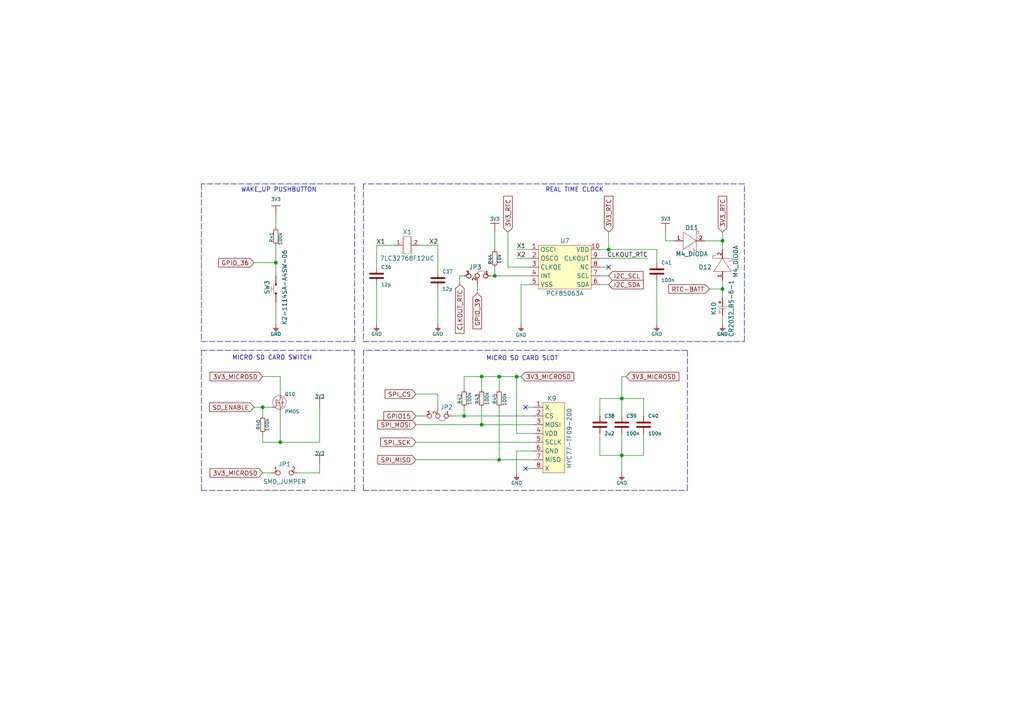
<source format=kicad_sch>
(kicad_sch (version 20211123) (generator eeschema)

  (uuid 1a2f4660-ab54-4a62-8451-9c431f793fab)

  (paper "A4")

  (title_block
    (title "Soldered Inkplate 6 FLICK")
    (date "2024-05-20")
    (rev "V1.2.0")
    (company "SOLDERED")
    (comment 1 "333317")
  )

  (lib_symbols
    (symbol "e-radionica.com schematics:0603C" (pin_numbers hide) (pin_names (offset 0.002)) (in_bom yes) (on_board yes)
      (property "Reference" "C" (id 0) (at 0 3.81 0)
        (effects (font (size 1 1)))
      )
      (property "Value" "0603C" (id 1) (at 0 -3.175 0)
        (effects (font (size 1 1)))
      )
      (property "Footprint" "e-radionica.com footprinti:0603C" (id 2) (at 0.635 -4.445 0)
        (effects (font (size 1 1)) hide)
      )
      (property "Datasheet" "" (id 3) (at 0 0 0)
        (effects (font (size 1 1)) hide)
      )
      (symbol "0603C_0_1"
        (polyline
          (pts
            (xy -0.635 1.905)
            (xy -0.635 -1.905)
          )
          (stroke (width 0.5) (type default) (color 0 0 0 0))
          (fill (type none))
        )
        (polyline
          (pts
            (xy 0.635 1.905)
            (xy 0.635 -1.905)
          )
          (stroke (width 0.5) (type default) (color 0 0 0 0))
          (fill (type none))
        )
      )
      (symbol "0603C_1_1"
        (pin passive line (at -2.54 0 0) (length 1.9)
          (name "~" (effects (font (size 1.27 1.27))))
          (number "1" (effects (font (size 1.27 1.27))))
        )
        (pin passive line (at 2.54 0 180) (length 1.9)
          (name "~" (effects (font (size 1.27 1.27))))
          (number "2" (effects (font (size 1.27 1.27))))
        )
      )
    )
    (symbol "e-radionica.com schematics:0603R" (pin_numbers hide) (pin_names (offset 0.254)) (in_bom yes) (on_board yes)
      (property "Reference" "R" (id 0) (at 0 1.27 0)
        (effects (font (size 1 1)))
      )
      (property "Value" "0603R" (id 1) (at 0 -1.905 0)
        (effects (font (size 1 1)))
      )
      (property "Footprint" "e-radionica.com footprinti:0603R" (id 2) (at 0 -3.81 0)
        (effects (font (size 1 1)) hide)
      )
      (property "Datasheet" "" (id 3) (at -0.635 1.905 0)
        (effects (font (size 1 1)) hide)
      )
      (symbol "0603R_0_1"
        (rectangle (start -1.905 0.635) (end 1.905 -0.635)
          (stroke (width 0.15) (type default) (color 0 0 0 0))
          (fill (type none))
        )
      )
      (symbol "0603R_1_1"
        (pin passive line (at -2.54 0 0) (length 0.63)
          (name "~" (effects (font (size 1.27 1.27))))
          (number "1" (effects (font (size 1.27 1.27))))
        )
        (pin passive line (at 2.54 0 180) (length 0.63)
          (name "~" (effects (font (size 1.27 1.27))))
          (number "2" (effects (font (size 1.27 1.27))))
        )
      )
    )
    (symbol "e-radionica.com schematics:3V3" (power) (pin_names (offset 0)) (in_bom yes) (on_board yes)
      (property "Reference" "#PWR" (id 0) (at 4.445 0 0)
        (effects (font (size 1 1)) hide)
      )
      (property "Value" "3V3" (id 1) (at 0 3.556 0)
        (effects (font (size 1 1)))
      )
      (property "Footprint" "" (id 2) (at 4.445 3.81 0)
        (effects (font (size 1 1)) hide)
      )
      (property "Datasheet" "" (id 3) (at 4.445 3.81 0)
        (effects (font (size 1 1)) hide)
      )
      (property "ki_keywords" "power-flag" (id 4) (at 0 0 0)
        (effects (font (size 1.27 1.27)) hide)
      )
      (property "ki_description" "Power symbol creates a global label with name \"3V3\"" (id 5) (at 0 0 0)
        (effects (font (size 1.27 1.27)) hide)
      )
      (symbol "3V3_0_1"
        (polyline
          (pts
            (xy -1.27 2.54)
            (xy 1.27 2.54)
          )
          (stroke (width 0.16) (type default) (color 0 0 0 0))
          (fill (type none))
        )
        (polyline
          (pts
            (xy 0 0)
            (xy 0 2.54)
          )
          (stroke (width 0) (type default) (color 0 0 0 0))
          (fill (type none))
        )
      )
      (symbol "3V3_1_1"
        (pin power_in line (at 0 0 90) (length 0) hide
          (name "3V3" (effects (font (size 1.27 1.27))))
          (number "1" (effects (font (size 1.27 1.27))))
        )
      )
    )
    (symbol "e-radionica.com schematics:ABS07AIG-32.768KHZ-7-D-T" (in_bom yes) (on_board yes)
      (property "Reference" "X" (id 0) (at 0 3.81 0)
        (effects (font (size 1.27 1.27)))
      )
      (property "Value" "ABS07AIG-32.768KHZ-7-D-T" (id 1) (at 0 -3.81 0)
        (effects (font (size 1.27 1.27)))
      )
      (property "Footprint" "e-radionica.com footprinti:ABS07AIG-32.768KHZ-7-D-T" (id 2) (at 0 0 0)
        (effects (font (size 1.27 1.27)) hide)
      )
      (property "Datasheet" "" (id 3) (at 0 0 0)
        (effects (font (size 1.27 1.27)) hide)
      )
      (symbol "ABS07AIG-32.768KHZ-7-D-T_0_1"
        (polyline
          (pts
            (xy -1.27 2.54)
            (xy -1.27 -2.54)
          )
          (stroke (width 0.0006) (type default) (color 0 0 0 0))
          (fill (type none))
        )
        (polyline
          (pts
            (xy 1.27 2.54)
            (xy 1.27 -2.54)
            (xy 1.27 -1.27)
          )
          (stroke (width 0.0006) (type default) (color 0 0 0 0))
          (fill (type none))
        )
        (polyline
          (pts
            (xy -1.016 2.54)
            (xy -1.016 -2.54)
            (xy 1.016 -2.54)
            (xy 1.016 2.54)
            (xy -1.016 2.54)
            (xy 0.762 2.54)
          )
          (stroke (width 0.0006) (type default) (color 0 0 0 0))
          (fill (type none))
        )
      )
      (symbol "ABS07AIG-32.768KHZ-7-D-T_1_1"
        (pin passive line (at -3.81 0 0) (length 2.54)
          (name "~" (effects (font (size 1 1))))
          (number "1" (effects (font (size 1 1))))
        )
        (pin passive line (at 3.81 0 180) (length 2.54)
          (name "~" (effects (font (size 1 1))))
          (number "2" (effects (font (size 1 1))))
        )
      )
    )
    (symbol "e-radionica.com schematics:CR2032_BS-6-1" (in_bom yes) (on_board yes)
      (property "Reference" "K" (id 0) (at 0 2.54 0)
        (effects (font (size 1.27 1.27)))
      )
      (property "Value" "CR2032_BS-6-1" (id 1) (at 0 -2.54 0)
        (effects (font (size 1.27 1.27)))
      )
      (property "Footprint" "e-radionica.com footprinti:CR2032-BS-6-1" (id 2) (at 0 -5.08 0)
        (effects (font (size 1.27 1.27)) hide)
      )
      (property "Datasheet" "" (id 3) (at 0 0 0)
        (effects (font (size 1.27 1.27)) hide)
      )
      (property "ki_keywords" "CR2032 BS-6" (id 4) (at 0 0 0)
        (effects (font (size 1.27 1.27)) hide)
      )
      (property "ki_description" "CR2032 HOLDER" (id 5) (at 0 0 0)
        (effects (font (size 1.27 1.27)) hide)
      )
      (symbol "CR2032_BS-6-1_0_1"
        (polyline
          (pts
            (xy 0 -1.27)
            (xy 0 1.27)
            (xy 0 -0.762)
          )
          (stroke (width 0.1) (type default) (color 0 0 0 0))
          (fill (type none))
        )
        (polyline
          (pts
            (xy 0.508 1.016)
            (xy 0.508 -1.016)
            (xy 0.508 -0.762)
          )
          (stroke (width 0.1) (type default) (color 0 0 0 0))
          (fill (type none))
        )
      )
      (symbol "CR2032_BS-6-1_1_1"
        (pin input line (at -2.54 0 0) (length 2.54)
          (name "" (effects (font (size 1 1))))
          (number "+" (effects (font (size 1 1))))
        )
        (pin output line (at 2.54 0 180) (length 2.04)
          (name "" (effects (font (size 1 1))))
          (number "-" (effects (font (size 1 1))))
        )
      )
    )
    (symbol "e-radionica.com schematics:GND" (power) (pin_names (offset 0)) (in_bom yes) (on_board yes)
      (property "Reference" "#PWR" (id 0) (at 4.445 0 0)
        (effects (font (size 1 1)) hide)
      )
      (property "Value" "GND" (id 1) (at 0 -2.921 0)
        (effects (font (size 1 1)))
      )
      (property "Footprint" "" (id 2) (at 4.445 3.81 0)
        (effects (font (size 1 1)) hide)
      )
      (property "Datasheet" "" (id 3) (at 4.445 3.81 0)
        (effects (font (size 1 1)) hide)
      )
      (property "ki_keywords" "power-flag" (id 4) (at 0 0 0)
        (effects (font (size 1.27 1.27)) hide)
      )
      (property "ki_description" "Power symbol creates a global label with name \"GND\"" (id 5) (at 0 0 0)
        (effects (font (size 1.27 1.27)) hide)
      )
      (symbol "GND_0_1"
        (polyline
          (pts
            (xy -0.762 -1.27)
            (xy 0.762 -1.27)
          )
          (stroke (width 0.16) (type default) (color 0 0 0 0))
          (fill (type none))
        )
        (polyline
          (pts
            (xy -0.635 -1.524)
            (xy 0.635 -1.524)
          )
          (stroke (width 0.16) (type default) (color 0 0 0 0))
          (fill (type none))
        )
        (polyline
          (pts
            (xy -0.381 -1.778)
            (xy 0.381 -1.778)
          )
          (stroke (width 0.16) (type default) (color 0 0 0 0))
          (fill (type none))
        )
        (polyline
          (pts
            (xy -0.127 -2.032)
            (xy 0.127 -2.032)
          )
          (stroke (width 0.16) (type default) (color 0 0 0 0))
          (fill (type none))
        )
        (polyline
          (pts
            (xy 0 0)
            (xy 0 -1.27)
          )
          (stroke (width 0.16) (type default) (color 0 0 0 0))
          (fill (type none))
        )
      )
      (symbol "GND_1_1"
        (pin power_in line (at 0 0 270) (length 0) hide
          (name "GND" (effects (font (size 1.27 1.27))))
          (number "1" (effects (font (size 1.27 1.27))))
        )
      )
    )
    (symbol "e-radionica.com schematics:HYC77-TF09-200" (in_bom yes) (on_board yes)
      (property "Reference" "K" (id 0) (at 0 11.43 0)
        (effects (font (size 1.27 1.27)))
      )
      (property "Value" "HYC77-TF09-200" (id 1) (at 0 -11.43 0)
        (effects (font (size 1.27 1.27)))
      )
      (property "Footprint" "e-radionica.com footprinti:HYC77-TF09-200" (id 2) (at 0 -13.97 0)
        (effects (font (size 1.27 1.27)) hide)
      )
      (property "Datasheet" "" (id 3) (at -1.27 5.08 0)
        (effects (font (size 1.27 1.27)) hide)
      )
      (property "ki_keywords" "micro SD card holder" (id 4) (at 0 0 0)
        (effects (font (size 1.27 1.27)) hide)
      )
      (property "ki_description" "Micro SDcard holder" (id 5) (at 0 0 0)
        (effects (font (size 1.27 1.27)) hide)
      )
      (symbol "HYC77-TF09-200_0_1"
        (rectangle (start -2.54 10.16) (end 3.81 -10.16)
          (stroke (width 0.1) (type default) (color 0 0 0 0))
          (fill (type background))
        )
      )
      (symbol "HYC77-TF09-200_1_1"
        (pin bidirectional line (at -5.08 8.89 0) (length 2.54)
          (name "X" (effects (font (size 1.27 1.27))))
          (number "1" (effects (font (size 1.27 1.27))))
        )
        (pin bidirectional line (at -5.08 6.35 0) (length 2.54)
          (name "CS" (effects (font (size 1.27 1.27))))
          (number "2" (effects (font (size 1.27 1.27))))
        )
        (pin bidirectional line (at -5.08 3.81 0) (length 2.54)
          (name "MOSI" (effects (font (size 1.27 1.27))))
          (number "3" (effects (font (size 1.27 1.27))))
        )
        (pin bidirectional line (at -5.08 1.27 0) (length 2.54)
          (name "VDD" (effects (font (size 1.27 1.27))))
          (number "4" (effects (font (size 1.27 1.27))))
        )
        (pin bidirectional line (at -5.08 -1.27 0) (length 2.54)
          (name "SCLK" (effects (font (size 1.27 1.27))))
          (number "5" (effects (font (size 1.27 1.27))))
        )
        (pin bidirectional line (at -5.08 -3.81 0) (length 2.54)
          (name "GND" (effects (font (size 1.27 1.27))))
          (number "6" (effects (font (size 1.27 1.27))))
        )
        (pin bidirectional line (at -5.08 -6.35 0) (length 2.54)
          (name "MISO" (effects (font (size 1.27 1.27))))
          (number "7" (effects (font (size 1.27 1.27))))
        )
        (pin bidirectional line (at -5.08 -8.89 0) (length 2.54)
          (name "X" (effects (font (size 1.27 1.27))))
          (number "8" (effects (font (size 1.27 1.27))))
        )
      )
    )
    (symbol "e-radionica.com schematics:K2-1114SA-A4SW-06" (pin_numbers hide) (pin_names hide) (in_bom yes) (on_board yes)
      (property "Reference" "SW" (id 0) (at 0 2.54 0)
        (effects (font (size 1.27 1.27)))
      )
      (property "Value" "K2-1114SA-A4SW-06" (id 1) (at 0 -2.54 0)
        (effects (font (size 1.27 1.27)))
      )
      (property "Footprint" "e-radionica.com footprinti:K2-1114SA-A4SW-06" (id 2) (at 0 -5.08 0)
        (effects (font (size 1.27 1.27)) hide)
      )
      (property "Datasheet" "" (id 3) (at 1.27 17.78 0)
        (effects (font (size 1.27 1.27)) hide)
      )
      (symbol "K2-1114SA-A4SW-06_0_1"
        (circle (center -1.27 0) (radius 0.254)
          (stroke (width 0.001) (type default) (color 0 0 0 0))
          (fill (type outline))
        )
        (polyline
          (pts
            (xy -1.27 0.635)
            (xy 1.27 0.635)
          )
          (stroke (width 0.1) (type default) (color 0 0 0 0))
          (fill (type none))
        )
        (polyline
          (pts
            (xy 0 0.635)
            (xy 0 1.27)
          )
          (stroke (width 0.0006) (type default) (color 0 0 0 0))
          (fill (type none))
        )
        (polyline
          (pts
            (xy 0.635 1.27)
            (xy -0.635 1.27)
          )
          (stroke (width 0.1) (type default) (color 0 0 0 0))
          (fill (type none))
        )
        (circle (center 1.27 0) (radius 0.254)
          (stroke (width 0.001) (type default) (color 0 0 0 0))
          (fill (type outline))
        )
      )
      (symbol "K2-1114SA-A4SW-06_1_1"
        (pin passive line (at -3.81 0 0) (length 2.54)
          (name "~" (effects (font (size 1 1))))
          (number "1" (effects (font (size 1 1))))
        )
        (pin passive line (at 3.81 0 180) (length 2.54)
          (name "~" (effects (font (size 1 1))))
          (number "2" (effects (font (size 1 1))))
        )
      )
    )
    (symbol "e-radionica.com schematics:M4_DIODA" (pin_names hide) (in_bom yes) (on_board yes)
      (property "Reference" "D" (id 0) (at 0 3.81 0)
        (effects (font (size 1.27 1.27)))
      )
      (property "Value" "M4_DIODA" (id 1) (at 0 -4.572 0)
        (effects (font (size 1.27 1.27)))
      )
      (property "Footprint" "e-radionica.com footprinti:M4_DIODA" (id 2) (at 0 -6.35 0)
        (effects (font (size 1.27 1.27)) hide)
      )
      (property "Datasheet" "" (id 3) (at 0 0 0)
        (effects (font (size 1.27 1.27)) hide)
      )
      (symbol "M4_DIODA_0_1"
        (polyline
          (pts
            (xy -2.54 2.54)
            (xy -2.54 -2.54)
            (xy 1.27 0)
            (xy -2.54 2.54)
          )
          (stroke (width 0.1) (type default) (color 0 0 0 0))
          (fill (type none))
        )
        (polyline
          (pts
            (xy 1.27 2.794)
            (xy 1.27 -2.794)
            (xy 0.508 -2.794)
            (xy 0.508 -2.032)
          )
          (stroke (width 0.1) (type default) (color 0 0 0 0))
          (fill (type none))
        )
        (polyline
          (pts
            (xy 1.27 2.794)
            (xy 2.032 2.794)
            (xy 2.032 2.032)
            (xy 2.032 2.54)
          )
          (stroke (width 0.1) (type default) (color 0 0 0 0))
          (fill (type none))
        )
      )
      (symbol "M4_DIODA_1_1"
        (pin passive line (at -5.08 0 0) (length 2.54)
          (name "A" (effects (font (size 1 1))))
          (number "1" (effects (font (size 1 1))))
        )
        (pin passive line (at 3.81 0 180) (length 2.54)
          (name "K" (effects (font (size 1 1))))
          (number "2" (effects (font (size 1 1))))
        )
      )
    )
    (symbol "e-radionica.com schematics:PCF85063A" (in_bom yes) (on_board yes)
      (property "Reference" "U" (id 0) (at 0 7.62 0)
        (effects (font (size 1.27 1.27)))
      )
      (property "Value" "PCF85063A" (id 1) (at 0 -7.62 0)
        (effects (font (size 1.27 1.27)))
      )
      (property "Footprint" "e-radionica.com footprinti:PCF85063A" (id 2) (at 0 -10.16 0)
        (effects (font (size 1.27 1.27)) hide)
      )
      (property "Datasheet" "" (id 3) (at -6.35 2.54 0)
        (effects (font (size 1.27 1.27)) hide)
      )
      (symbol "PCF85063A_0_1"
        (rectangle (start -7.62 6.35) (end 7.62 -6.35)
          (stroke (width 0.1) (type default) (color 0 0 0 0))
          (fill (type background))
        )
      )
      (symbol "PCF85063A_1_1"
        (pin passive line (at -10.16 5.08 0) (length 2.54)
          (name "OSCI" (effects (font (size 1.27 1.27))))
          (number "1" (effects (font (size 1.27 1.27))))
        )
        (pin passive line (at 10.16 5.08 180) (length 2.54)
          (name "VDD" (effects (font (size 1.27 1.27))))
          (number "10" (effects (font (size 1.27 1.27))))
        )
        (pin passive line (at -10.16 2.54 0) (length 2.54)
          (name "OSCO" (effects (font (size 1.27 1.27))))
          (number "2" (effects (font (size 1.27 1.27))))
        )
        (pin passive line (at -10.16 0 0) (length 2.54)
          (name "CLKOE" (effects (font (size 1.27 1.27))))
          (number "3" (effects (font (size 1.27 1.27))))
        )
        (pin passive line (at -10.16 -2.54 0) (length 2.54)
          (name "INT" (effects (font (size 1.27 1.27))))
          (number "4" (effects (font (size 1.27 1.27))))
        )
        (pin passive line (at -10.16 -5.08 0) (length 2.54)
          (name "VSS" (effects (font (size 1.27 1.27))))
          (number "5" (effects (font (size 1.27 1.27))))
        )
        (pin passive line (at 10.16 -5.08 180) (length 2.54)
          (name "SDA" (effects (font (size 1.27 1.27))))
          (number "6" (effects (font (size 1.27 1.27))))
        )
        (pin passive line (at 10.16 -2.54 180) (length 2.54)
          (name "SCL" (effects (font (size 1.27 1.27))))
          (number "7" (effects (font (size 1.27 1.27))))
        )
        (pin passive line (at 10.16 0 180) (length 2.54)
          (name "NC" (effects (font (size 1.27 1.27))))
          (number "8" (effects (font (size 1.27 1.27))))
        )
        (pin passive line (at 10.16 2.54 180) (length 2.54)
          (name "CLKOUT" (effects (font (size 1.27 1.27))))
          (number "9" (effects (font (size 1.27 1.27))))
        )
      )
    )
    (symbol "e-radionica.com schematics:PMOS-SOT-23-3" (pin_numbers hide) (pin_names hide) (in_bom yes) (on_board yes)
      (property "Reference" "Q" (id 0) (at -1.27 2.54 0)
        (effects (font (size 1 1)))
      )
      (property "Value" "PMOS-SOT-23-3" (id 1) (at 0.381 -4.064 0)
        (effects (font (size 1 1)))
      )
      (property "Footprint" "e-radionica.com footprinti:SOT-23-3" (id 2) (at 1.27 -7.62 0)
        (effects (font (size 1 1)) hide)
      )
      (property "Datasheet" "" (id 3) (at 0 0 0)
        (effects (font (size 1 1)) hide)
      )
      (symbol "PMOS-SOT-23-3_0_1"
        (polyline
          (pts
            (xy 0 -1.27)
            (xy 0 1.016)
          )
          (stroke (width 0.1) (type default) (color 0 0 0 0))
          (fill (type none))
        )
        (polyline
          (pts
            (xy 0.254 -1.016)
            (xy 0.254 -0.508)
          )
          (stroke (width 0.1) (type default) (color 0 0 0 0))
          (fill (type none))
        )
        (polyline
          (pts
            (xy 0.254 -0.762)
            (xy 1.27 -0.762)
          )
          (stroke (width 0.1) (type default) (color 0 0 0 0))
          (fill (type none))
        )
        (polyline
          (pts
            (xy 0.254 -0.254)
            (xy 0.254 0.254)
          )
          (stroke (width 0.1) (type default) (color 0 0 0 0))
          (fill (type none))
        )
        (polyline
          (pts
            (xy 0.254 0.762)
            (xy 1.27 0.762)
          )
          (stroke (width 0.1) (type default) (color 0 0 0 0))
          (fill (type none))
        )
        (polyline
          (pts
            (xy 0.254 1.016)
            (xy 0.254 0.508)
          )
          (stroke (width 0.1) (type default) (color 0 0 0 0))
          (fill (type none))
        )
        (polyline
          (pts
            (xy 1.27 -1.27)
            (xy 1.27 -0.762)
          )
          (stroke (width 0.1) (type default) (color 0 0 0 0))
          (fill (type none))
        )
        (polyline
          (pts
            (xy 1.27 0.762)
            (xy 1.27 1.27)
          )
          (stroke (width 0.1) (type default) (color 0 0 0 0))
          (fill (type none))
        )
        (polyline
          (pts
            (xy 2.159 -0.127)
            (xy 1.651 -0.127)
          )
          (stroke (width 0.1) (type default) (color 0 0 0 0))
          (fill (type none))
        )
        (polyline
          (pts
            (xy 2.159 0.254)
            (xy 1.905 -0.127)
          )
          (stroke (width 0.1) (type default) (color 0 0 0 0))
          (fill (type none))
        )
        (polyline
          (pts
            (xy 0.254 0)
            (xy 1.27 0)
            (xy 1.27 -0.762)
          )
          (stroke (width 0.1) (type default) (color 0 0 0 0))
          (fill (type none))
        )
        (polyline
          (pts
            (xy 2.159 0.254)
            (xy 1.651 0.254)
            (xy 1.905 -0.127)
          )
          (stroke (width 0.1) (type default) (color 0 0 0 0))
          (fill (type none))
        )
        (polyline
          (pts
            (xy 1.143 0)
            (xy 0.889 -0.254)
            (xy 0.889 0.254)
            (xy 1.143 0)
          )
          (stroke (width 0.1) (type default) (color 0 0 0 0))
          (fill (type none))
        )
        (polyline
          (pts
            (xy 1.27 -1.27)
            (xy 1.905 -1.27)
            (xy 1.905 1.524)
            (xy 1.27 1.524)
          )
          (stroke (width 0.1) (type default) (color 0 0 0 0))
          (fill (type none))
        )
        (circle (center 1.016 0.127) (radius 1.9716)
          (stroke (width 0.1) (type default) (color 0 0 0 0))
          (fill (type none))
        )
      )
      (symbol "PMOS-SOT-23-3_1_1"
        (pin passive line (at -1.27 -1.27 0) (length 1.27)
          (name "G" (effects (font (size 1 1))))
          (number "1" (effects (font (size 1 1))))
        )
        (pin passive line (at 1.27 -2.54 90) (length 1.27)
          (name "S" (effects (font (size 1 1))))
          (number "2" (effects (font (size 1 1))))
        )
        (pin passive line (at 1.27 2.54 270) (length 1.27)
          (name "D" (effects (font (size 1 1))))
          (number "3" (effects (font (size 1 1))))
        )
      )
    )
    (symbol "e-radionica.com schematics:SMD_JUMPER" (in_bom yes) (on_board yes)
      (property "Reference" "JP" (id 0) (at 0 1.397 0)
        (effects (font (size 1.27 1.27)))
      )
      (property "Value" "SMD_JUMPER" (id 1) (at 0 -2.54 0)
        (effects (font (size 1.27 1.27)))
      )
      (property "Footprint" "e-radionica.com footprinti:SMD_JUMPER" (id 2) (at 0 -5.08 0)
        (effects (font (size 1.27 1.27)) hide)
      )
      (property "Datasheet" "" (id 3) (at 0 0 0)
        (effects (font (size 1.27 1.27)) hide)
      )
      (symbol "SMD_JUMPER_1_1"
        (pin passive inverted (at -3.81 0 0) (length 2.54)
          (name "" (effects (font (size 1.27 1.27))))
          (number "1" (effects (font (size 1.27 1.27))))
        )
        (pin passive inverted (at 3.81 0 180) (length 2.54)
          (name "" (effects (font (size 1.27 1.27))))
          (number "2" (effects (font (size 1.27 1.27))))
        )
      )
    )
    (symbol "e-radionica.com schematics:SMD_JUMPER_3_PAD_CONNECTED_LEFT_TRACE" (in_bom yes) (on_board yes)
      (property "Reference" "JP" (id 0) (at 0 2.413 0)
        (effects (font (size 1.27 1.27)))
      )
      (property "Value" "SMD_JUMPER_3_PAD_CONNECTED_LEFT_TRACE" (id 1) (at -1.27 -7.62 0)
        (effects (font (size 1.27 1.27)) hide)
      )
      (property "Footprint" "e-radionica.com footprinti:SMD_JUMPER_3_PAD_CONNECTED_LEFT_TRACE" (id 2) (at 2.54 -12.7 0)
        (effects (font (size 1.27 1.27)) hide)
      )
      (property "Datasheet" "" (id 3) (at 1.27 0 0)
        (effects (font (size 1.27 1.27)) hide)
      )
      (symbol "SMD_JUMPER_3_PAD_CONNECTED_LEFT_TRACE_0_1"
        (arc (start 0 0.635) (mid -1.2065 1.4342) (end -2.413 0.635)
          (stroke (width 0.1) (type default) (color 0 0 0 0))
          (fill (type none))
        )
      )
      (symbol "SMD_JUMPER_3_PAD_CONNECTED_LEFT_TRACE_1_1"
        (pin passive inverted (at -3.81 0 0) (length 2)
          (name "" (effects (font (size 1 1))))
          (number "1" (effects (font (size 1 1))))
        )
        (pin passive inverted (at 0 -2.54 90) (length 3.2)
          (name "" (effects (font (size 1 1))))
          (number "2" (effects (font (size 1 1))))
        )
        (pin passive inverted (at 3.81 0 180) (length 2)
          (name "" (effects (font (size 1 1))))
          (number "3" (effects (font (size 1 1))))
        )
      )
    )
  )

  (junction (at 176.53 72.39) (diameter 0) (color 0 0 0 0)
    (uuid 0656bf8d-4895-46e0-9b0a-722672426619)
  )
  (junction (at 134.62 120.65) (diameter 0) (color 0 0 0 0)
    (uuid 129dcdb6-fcb0-4e4d-83e8-ed43eceb99b7)
  )
  (junction (at 80.01 76.2) (diameter 0) (color 0 0 0 0)
    (uuid 156ee333-3d61-4eef-b52d-5009a5f0ee31)
  )
  (junction (at 180.34 132.08) (diameter 0) (color 0 0 0 0)
    (uuid 31017eab-d4c7-4e51-b29b-8853f33b6f9f)
  )
  (junction (at 144.78 109.22) (diameter 0) (color 0 0 0 0)
    (uuid 579734d2-3230-4458-85c4-11a1816d7735)
  )
  (junction (at 209.55 83.82) (diameter 0) (color 0 0 0 0)
    (uuid 5f678955-b99d-45d5-99ed-bc1b3617f198)
  )
  (junction (at 143.51 80.01) (diameter 0) (color 0 0 0 0)
    (uuid 86d417e6-74a6-4f5f-b7d8-178002b7f6de)
  )
  (junction (at 76.2 118.11) (diameter 0) (color 0 0 0 0)
    (uuid aa48c1da-21fa-4640-a142-87876536bc36)
  )
  (junction (at 144.78 133.35) (diameter 0) (color 0 0 0 0)
    (uuid ac7f299d-e79c-4571-819e-bca0806783a5)
  )
  (junction (at 139.7 123.19) (diameter 0) (color 0 0 0 0)
    (uuid ace0dfba-0b95-421f-a405-6381556f82c3)
  )
  (junction (at 139.7 109.22) (diameter 0) (color 0 0 0 0)
    (uuid adfbe9e4-1af8-4e38-b1be-b545a5d54fbc)
  )
  (junction (at 209.55 69.85) (diameter 0) (color 0 0 0 0)
    (uuid ca5aa4ec-59de-4d62-9fb3-80f58a1a7425)
  )
  (junction (at 149.86 109.22) (diameter 0) (color 0 0 0 0)
    (uuid d400bf95-50a7-4c7e-a6aa-f299f8039d10)
  )
  (junction (at 180.34 115.57) (diameter 0) (color 0 0 0 0)
    (uuid e5640f49-d91e-423a-899f-17046c390ebf)
  )
  (junction (at 81.28 128.27) (diameter 0) (color 0 0 0 0)
    (uuid ffd9af72-fad6-4dbd-8243-5201aef399a0)
  )

  (no_connect (at 152.4 135.89) (uuid 48d9e7d9-cec1-4a8f-a44d-735fa29b0afe))
  (no_connect (at 176.53 77.47) (uuid 97bdff7d-4e9e-4edd-b9f3-7775c57d0c73))
  (no_connect (at 152.4 118.11) (uuid dae08224-a89e-4e05-94f7-940658f6fa1d))

  (wire (pts (xy 173.99 125.73) (xy 173.99 132.08))
    (stroke (width 0) (type default) (color 0 0 0 0))
    (uuid 03b39272-2da3-48d6-bbd6-b12fddee8f06)
  )
  (wire (pts (xy 147.32 67.31) (xy 147.32 77.47))
    (stroke (width 0) (type default) (color 0 0 0 0))
    (uuid 08e730dd-273a-44be-ab16-cd38cf34a3dd)
  )
  (wire (pts (xy 149.86 74.93) (xy 153.67 74.93))
    (stroke (width 0) (type default) (color 0 0 0 0))
    (uuid 0d470445-b45f-4ee3-a27b-8e2a76225ca4)
  )
  (polyline (pts (xy 199.39 142.24) (xy 199.39 101.6))
    (stroke (width 0) (type default) (color 0 0 0 0))
    (uuid 10e937aa-4f20-430c-9ae3-e7ec8489cf9a)
  )

  (wire (pts (xy 151.13 82.55) (xy 151.13 93.98))
    (stroke (width 0) (type default) (color 0 0 0 0))
    (uuid 10ee0fef-0cc2-4192-b937-83c013a56d32)
  )
  (wire (pts (xy 76.2 118.11) (xy 78.74 118.11))
    (stroke (width 0) (type default) (color 0 0 0 0))
    (uuid 110a4815-d13c-40e7-b859-f28c3540924c)
  )
  (wire (pts (xy 80.01 62.23) (xy 80.01 66.04))
    (stroke (width 0) (type default) (color 0 0 0 0))
    (uuid 1217197a-ed78-4d6e-a8cf-e0ab9efbde2e)
  )
  (polyline (pts (xy 102.87 99.06) (xy 102.87 53.34))
    (stroke (width 0) (type default) (color 0 0 0 0))
    (uuid 122627a4-8d67-402d-aec5-344d692f26e3)
  )
  (polyline (pts (xy 199.39 101.6) (xy 105.41 101.6))
    (stroke (width 0) (type default) (color 0 0 0 0))
    (uuid 148d1963-0773-48e4-839f-58b163c6a2b0)
  )

  (wire (pts (xy 130.81 120.65) (xy 134.62 120.65))
    (stroke (width 0) (type default) (color 0 0 0 0))
    (uuid 1777ff5e-17e9-407e-8f43-8ea3f658055b)
  )
  (wire (pts (xy 144.78 113.03) (xy 144.78 109.22))
    (stroke (width 0) (type default) (color 0 0 0 0))
    (uuid 1cb79f80-8d00-4736-bcdc-329288653404)
  )
  (wire (pts (xy 173.99 80.01) (xy 176.53 80.01))
    (stroke (width 0) (type default) (color 0 0 0 0))
    (uuid 1cef9db9-4c75-43f8-8967-286b04ecbd30)
  )
  (wire (pts (xy 76.2 137.16) (xy 78.74 137.16))
    (stroke (width 0) (type default) (color 0 0 0 0))
    (uuid 1d2ffbd6-50ff-45a4-b16b-42458ca85232)
  )
  (wire (pts (xy 127 71.12) (xy 127 78.74))
    (stroke (width 0) (type default) (color 0 0 0 0))
    (uuid 1e87d8ec-4ef0-4611-a8dc-63236ad8572a)
  )
  (wire (pts (xy 81.28 119.38) (xy 81.28 128.27))
    (stroke (width 0) (type default) (color 0 0 0 0))
    (uuid 24996f69-a4b5-4c44-b63e-75ce406494fd)
  )
  (wire (pts (xy 180.34 109.22) (xy 181.61 109.22))
    (stroke (width 0) (type default) (color 0 0 0 0))
    (uuid 258c91d2-8996-4c10-bb4a-e1c309ecf837)
  )
  (wire (pts (xy 92.71 134.62) (xy 92.71 137.16))
    (stroke (width 0) (type default) (color 0 0 0 0))
    (uuid 26a1ab07-ce7f-48b0-beec-0f80746765c5)
  )
  (wire (pts (xy 144.78 118.11) (xy 144.78 133.35))
    (stroke (width 0) (type default) (color 0 0 0 0))
    (uuid 26e0cd9d-bc36-4110-b2a4-88ed80cf3329)
  )
  (wire (pts (xy 120.65 133.35) (xy 144.78 133.35))
    (stroke (width 0) (type default) (color 0 0 0 0))
    (uuid 2cb1a915-03e9-4c5c-891a-879b033eef68)
  )
  (wire (pts (xy 149.86 109.22) (xy 151.13 109.22))
    (stroke (width 0) (type default) (color 0 0 0 0))
    (uuid 2cbec9af-584e-4c9a-8700-b26fb4d5cfd7)
  )
  (wire (pts (xy 209.55 69.85) (xy 204.47 69.85))
    (stroke (width 0) (type default) (color 0 0 0 0))
    (uuid 357cd17e-d126-44df-b36f-3f4ce102642d)
  )
  (wire (pts (xy 180.34 115.57) (xy 180.34 109.22))
    (stroke (width 0) (type default) (color 0 0 0 0))
    (uuid 37bfd21a-b6cf-4436-8e53-5a32bfbcd718)
  )
  (polyline (pts (xy 58.42 101.6) (xy 102.87 101.6))
    (stroke (width 0) (type default) (color 0 0 0 0))
    (uuid 3a32ca07-2e65-43bb-b3b9-3c74520c029e)
  )

  (wire (pts (xy 154.94 125.73) (xy 149.86 125.73))
    (stroke (width 0) (type default) (color 0 0 0 0))
    (uuid 3b42956e-383e-48ec-95d4-2d90ed4f3381)
  )
  (wire (pts (xy 80.01 76.2) (xy 80.01 71.12))
    (stroke (width 0) (type default) (color 0 0 0 0))
    (uuid 3bc594ff-78ee-458a-bdfc-80936009a690)
  )
  (wire (pts (xy 180.34 120.65) (xy 180.34 115.57))
    (stroke (width 0) (type default) (color 0 0 0 0))
    (uuid 3d1672b4-a2ed-447d-bcad-39164d674f00)
  )
  (wire (pts (xy 193.04 69.85) (xy 193.04 67.31))
    (stroke (width 0) (type default) (color 0 0 0 0))
    (uuid 3e4b6349-5bd1-471c-840d-bdbb09ca3041)
  )
  (wire (pts (xy 186.69 115.57) (xy 180.34 115.57))
    (stroke (width 0) (type default) (color 0 0 0 0))
    (uuid 3f5723fa-6f2d-4e7c-952f-e08c94aef4b4)
  )
  (polyline (pts (xy 58.42 101.6) (xy 58.42 142.24))
    (stroke (width 0) (type default) (color 0 0 0 0))
    (uuid 46bee3f3-fe38-43bd-bdda-61c50f0fe585)
  )

  (wire (pts (xy 209.55 83.82) (xy 209.55 86.36))
    (stroke (width 0) (type default) (color 0 0 0 0))
    (uuid 4ee49cd7-0fb1-4ed6-8ef9-4594af26bfed)
  )
  (wire (pts (xy 109.22 82.55) (xy 109.22 93.98))
    (stroke (width 0) (type default) (color 0 0 0 0))
    (uuid 4ef10d22-8b9b-43ec-b9ed-58433457ae77)
  )
  (wire (pts (xy 152.4 118.11) (xy 154.94 118.11))
    (stroke (width 0) (type default) (color 0 0 0 0))
    (uuid 543d9934-1cfe-4be2-bca9-d9f8a631392c)
  )
  (polyline (pts (xy 58.42 53.34) (xy 58.42 99.06))
    (stroke (width 0) (type default) (color 0 0 0 0))
    (uuid 548f783e-07a7-409d-818f-48da5002f56e)
  )

  (wire (pts (xy 127 118.11) (xy 127 114.3))
    (stroke (width 0) (type default) (color 0 0 0 0))
    (uuid 54ae9f2e-31b6-4ed0-a01e-280bf2173246)
  )
  (wire (pts (xy 76.2 125.73) (xy 76.2 128.27))
    (stroke (width 0) (type default) (color 0 0 0 0))
    (uuid 55dbc987-772d-4adc-a329-38dea1cdc9eb)
  )
  (wire (pts (xy 120.65 120.65) (xy 123.19 120.65))
    (stroke (width 0) (type default) (color 0 0 0 0))
    (uuid 5713c2fc-e5f6-4ad2-96c5-843c5bd7f18a)
  )
  (wire (pts (xy 151.13 82.55) (xy 153.67 82.55))
    (stroke (width 0) (type default) (color 0 0 0 0))
    (uuid 5a3a7061-7418-431d-b9db-45a24b2e35d6)
  )
  (wire (pts (xy 173.99 120.65) (xy 173.99 115.57))
    (stroke (width 0) (type default) (color 0 0 0 0))
    (uuid 6016e417-3cb8-4b04-b934-b991473cc807)
  )
  (wire (pts (xy 149.86 125.73) (xy 149.86 109.22))
    (stroke (width 0) (type default) (color 0 0 0 0))
    (uuid 60205ef1-b311-4f05-ab9d-697541bd47e1)
  )
  (polyline (pts (xy 105.41 99.06) (xy 105.41 99.06))
    (stroke (width 0) (type default) (color 0 0 0 0))
    (uuid 604e065a-a4e5-49bf-b71d-2ff8f50b5b22)
  )

  (wire (pts (xy 139.7 118.11) (xy 139.7 123.19))
    (stroke (width 0) (type default) (color 0 0 0 0))
    (uuid 671d5260-5197-4cf3-a329-4de720cb6760)
  )
  (wire (pts (xy 209.55 67.31) (xy 209.55 69.85))
    (stroke (width 0) (type default) (color 0 0 0 0))
    (uuid 67b2764b-b88a-47dd-ba84-d2d5bd7944aa)
  )
  (wire (pts (xy 173.99 82.55) (xy 176.53 82.55))
    (stroke (width 0) (type default) (color 0 0 0 0))
    (uuid 6863df39-a1fc-408d-954b-da448309d3ec)
  )
  (wire (pts (xy 180.34 132.08) (xy 180.34 137.16))
    (stroke (width 0) (type default) (color 0 0 0 0))
    (uuid 69f9ff98-12bc-494a-ad16-793f8f957959)
  )
  (wire (pts (xy 176.53 67.31) (xy 176.53 72.39))
    (stroke (width 0) (type default) (color 0 0 0 0))
    (uuid 6bf9dc92-f7f1-4a56-868f-046926837799)
  )
  (wire (pts (xy 134.62 120.65) (xy 154.94 120.65))
    (stroke (width 0) (type default) (color 0 0 0 0))
    (uuid 6c023284-4ec6-4268-ba8d-9f3154e280b3)
  )
  (wire (pts (xy 127 114.3) (xy 120.65 114.3))
    (stroke (width 0) (type default) (color 0 0 0 0))
    (uuid 6c261e46-e7f6-4a4e-979b-eaad417580fc)
  )
  (polyline (pts (xy 58.42 99.06) (xy 102.87 99.06))
    (stroke (width 0) (type default) (color 0 0 0 0))
    (uuid 6d41c79b-4e92-47cb-9b63-88bfde0cac32)
  )

  (wire (pts (xy 76.2 120.65) (xy 76.2 118.11))
    (stroke (width 0) (type default) (color 0 0 0 0))
    (uuid 6ef8408c-a4bb-4510-bd24-4362bebf497c)
  )
  (polyline (pts (xy 105.41 142.24) (xy 199.39 142.24))
    (stroke (width 0) (type default) (color 0 0 0 0))
    (uuid 6fa36bf6-d5ce-4ed2-820e-4046f04e8a6c)
  )

  (wire (pts (xy 173.99 132.08) (xy 180.34 132.08))
    (stroke (width 0) (type default) (color 0 0 0 0))
    (uuid 6fd934e7-ba65-4270-95c4-c54dacd7c26d)
  )
  (wire (pts (xy 195.58 69.85) (xy 193.04 69.85))
    (stroke (width 0) (type default) (color 0 0 0 0))
    (uuid 71b734fe-fc27-4f45-bf21-75e6047ff4d7)
  )
  (polyline (pts (xy 102.87 142.24) (xy 102.87 101.6))
    (stroke (width 0) (type default) (color 0 0 0 0))
    (uuid 7222ae41-1330-473a-87ad-9c1b297326dc)
  )

  (wire (pts (xy 209.55 81.28) (xy 209.55 83.82))
    (stroke (width 0) (type default) (color 0 0 0 0))
    (uuid 730eeab9-d21e-4326-8184-d33bc987b97d)
  )
  (wire (pts (xy 134.62 109.22) (xy 139.7 109.22))
    (stroke (width 0) (type default) (color 0 0 0 0))
    (uuid 74ef44be-d09e-4d83-9cf2-574789d5e26f)
  )
  (wire (pts (xy 73.66 76.2) (xy 80.01 76.2))
    (stroke (width 0) (type default) (color 0 0 0 0))
    (uuid 7c8798f5-1da5-4eab-938c-6aeb9c351304)
  )
  (wire (pts (xy 143.51 67.31) (xy 143.51 72.39))
    (stroke (width 0) (type default) (color 0 0 0 0))
    (uuid 7d4fb41f-5179-4803-a27c-0d1e79efe179)
  )
  (wire (pts (xy 173.99 72.39) (xy 176.53 72.39))
    (stroke (width 0) (type default) (color 0 0 0 0))
    (uuid 7f5f39b8-d418-4a01-8c7b-e8a69ab510e2)
  )
  (wire (pts (xy 80.01 87.63) (xy 80.01 93.98))
    (stroke (width 0) (type default) (color 0 0 0 0))
    (uuid 80b0156f-375c-4cac-9621-85c5705b7766)
  )
  (wire (pts (xy 76.2 109.22) (xy 81.28 109.22))
    (stroke (width 0) (type default) (color 0 0 0 0))
    (uuid 8325c592-1b21-4fdd-85f4-ea9d81a56450)
  )
  (wire (pts (xy 73.66 118.11) (xy 76.2 118.11))
    (stroke (width 0) (type default) (color 0 0 0 0))
    (uuid 8453f016-f6b3-43f1-949a-bf832e8d24d5)
  )
  (wire (pts (xy 190.5 76.2) (xy 190.5 72.39))
    (stroke (width 0) (type default) (color 0 0 0 0))
    (uuid 8664fc17-24c7-41d0-9add-8033e7164c51)
  )
  (wire (pts (xy 180.34 125.73) (xy 180.34 132.08))
    (stroke (width 0) (type default) (color 0 0 0 0))
    (uuid 87c1b1f5-5e2e-41fd-8319-552679d4276f)
  )
  (wire (pts (xy 92.71 118.11) (xy 92.71 128.27))
    (stroke (width 0) (type default) (color 0 0 0 0))
    (uuid 8994eac1-5ec4-4dda-8600-07b98ce37d1e)
  )
  (wire (pts (xy 186.69 132.08) (xy 186.69 125.73))
    (stroke (width 0) (type default) (color 0 0 0 0))
    (uuid 8bb5128a-f775-4a88-8acc-ec3728ef23aa)
  )
  (wire (pts (xy 142.24 80.01) (xy 143.51 80.01))
    (stroke (width 0) (type default) (color 0 0 0 0))
    (uuid 8d3083c3-77f5-4467-aadd-9727bd0f32f7)
  )
  (wire (pts (xy 143.51 80.01) (xy 153.67 80.01))
    (stroke (width 0) (type default) (color 0 0 0 0))
    (uuid 9041045a-042c-4993-893f-08095c7f7b83)
  )
  (polyline (pts (xy 102.87 53.34) (xy 58.42 53.34))
    (stroke (width 0) (type default) (color 0 0 0 0))
    (uuid 92d081a3-17ce-464a-aeac-090827aa5648)
  )

  (wire (pts (xy 149.86 72.39) (xy 153.67 72.39))
    (stroke (width 0) (type default) (color 0 0 0 0))
    (uuid 9458306c-9f52-41d3-ac92-2967ec23f264)
  )
  (wire (pts (xy 120.65 123.19) (xy 139.7 123.19))
    (stroke (width 0) (type default) (color 0 0 0 0))
    (uuid 9a973705-67e8-4157-b3ab-f00babbb51c6)
  )
  (wire (pts (xy 149.86 130.81) (xy 149.86 137.16))
    (stroke (width 0) (type default) (color 0 0 0 0))
    (uuid 9b4b2957-bfe5-474d-a0d6-bda3ad061af6)
  )
  (wire (pts (xy 134.62 80.01) (xy 133.35 80.01))
    (stroke (width 0) (type default) (color 0 0 0 0))
    (uuid 9fd6c9c9-60e7-46c0-9b09-6d431cce954f)
  )
  (wire (pts (xy 139.7 123.19) (xy 154.94 123.19))
    (stroke (width 0) (type default) (color 0 0 0 0))
    (uuid a250ed1b-561b-47ee-bb52-b1f2abebff9a)
  )
  (polyline (pts (xy 58.42 142.24) (xy 102.87 142.24))
    (stroke (width 0) (type default) (color 0 0 0 0))
    (uuid a49b871a-a9d0-4cc5-8265-24dc96e6daa2)
  )

  (wire (pts (xy 154.94 130.81) (xy 149.86 130.81))
    (stroke (width 0) (type default) (color 0 0 0 0))
    (uuid a4fb8579-de9d-4839-b9e5-648a13210b04)
  )
  (wire (pts (xy 152.4 135.89) (xy 154.94 135.89))
    (stroke (width 0) (type default) (color 0 0 0 0))
    (uuid a65fd398-1e1f-4a87-b3cc-aa3c1a52bb58)
  )
  (wire (pts (xy 173.99 115.57) (xy 180.34 115.57))
    (stroke (width 0) (type default) (color 0 0 0 0))
    (uuid a7013ae4-ef6e-49b4-9c58-df51fe43ff24)
  )
  (polyline (pts (xy 105.41 99.06) (xy 215.9 99.06))
    (stroke (width 0) (type default) (color 0 0 0 0))
    (uuid ab20b22f-2fed-489c-95f4-34887bb862ce)
  )

  (wire (pts (xy 153.67 77.47) (xy 147.32 77.47))
    (stroke (width 0) (type default) (color 0 0 0 0))
    (uuid af3230db-a345-483d-b0a2-ede59309a606)
  )
  (polyline (pts (xy 105.41 53.34) (xy 105.41 99.06))
    (stroke (width 0) (type default) (color 0 0 0 0))
    (uuid af45bb7a-050b-4e74-a86f-1dff161de2bc)
  )
  (polyline (pts (xy 105.41 101.6) (xy 105.41 142.24))
    (stroke (width 0) (type default) (color 0 0 0 0))
    (uuid af809b67-4aac-46f6-aa8c-bf733dc4a196)
  )

  (wire (pts (xy 190.5 81.28) (xy 190.5 93.98))
    (stroke (width 0) (type default) (color 0 0 0 0))
    (uuid b15636bb-42d2-4709-96b9-c5a3fd5c913f)
  )
  (wire (pts (xy 144.78 109.22) (xy 149.86 109.22))
    (stroke (width 0) (type default) (color 0 0 0 0))
    (uuid b1dc42ec-88b0-444e-83ba-fc1625df5d97)
  )
  (wire (pts (xy 186.69 120.65) (xy 186.69 115.57))
    (stroke (width 0) (type default) (color 0 0 0 0))
    (uuid b211f7c5-1765-4b9b-9dfa-d907a4ad3e9d)
  )
  (wire (pts (xy 92.71 128.27) (xy 81.28 128.27))
    (stroke (width 0) (type default) (color 0 0 0 0))
    (uuid b233b2cc-85d1-4c8b-9884-3eaaf7ef8a76)
  )
  (wire (pts (xy 80.01 76.2) (xy 80.01 80.01))
    (stroke (width 0) (type default) (color 0 0 0 0))
    (uuid b64603ee-2838-4668-83ba-2fa2db0a6b48)
  )
  (wire (pts (xy 190.5 72.39) (xy 176.53 72.39))
    (stroke (width 0) (type default) (color 0 0 0 0))
    (uuid b6cced30-d0e1-4acf-b437-3d058945df0b)
  )
  (wire (pts (xy 138.43 82.55) (xy 138.43 85.09))
    (stroke (width 0) (type default) (color 0 0 0 0))
    (uuid b7ee756e-6c23-4563-80f1-56fa1418d413)
  )
  (wire (pts (xy 76.2 128.27) (xy 81.28 128.27))
    (stroke (width 0) (type default) (color 0 0 0 0))
    (uuid b8be8ada-426d-41fd-8ddc-6ed1d5a47246)
  )
  (wire (pts (xy 144.78 133.35) (xy 154.94 133.35))
    (stroke (width 0) (type default) (color 0 0 0 0))
    (uuid b9782b5c-640a-4ca4-9e81-d56fd8e352a8)
  )
  (wire (pts (xy 133.35 80.01) (xy 133.35 82.55))
    (stroke (width 0) (type default) (color 0 0 0 0))
    (uuid bd4b2928-f266-43ea-ac09-2432375218ef)
  )
  (wire (pts (xy 143.51 77.47) (xy 143.51 80.01))
    (stroke (width 0) (type default) (color 0 0 0 0))
    (uuid bdae27eb-cc91-4157-833e-2d016a6f2d41)
  )
  (wire (pts (xy 205.74 83.82) (xy 209.55 83.82))
    (stroke (width 0) (type default) (color 0 0 0 0))
    (uuid bf71f02c-ddb1-42cd-b0af-bf2c46febe66)
  )
  (wire (pts (xy 114.3 71.12) (xy 109.22 71.12))
    (stroke (width 0) (type default) (color 0 0 0 0))
    (uuid c6837033-0fc9-4c86-a57d-a2e402c8c9ff)
  )
  (wire (pts (xy 180.34 132.08) (xy 186.69 132.08))
    (stroke (width 0) (type default) (color 0 0 0 0))
    (uuid c7193ea2-1d44-4450-b4c0-1ddbe8c03830)
  )
  (wire (pts (xy 134.62 118.11) (xy 134.62 120.65))
    (stroke (width 0) (type default) (color 0 0 0 0))
    (uuid c72b808e-edd3-41cc-925c-9e8bc965b936)
  )
  (wire (pts (xy 209.55 72.39) (xy 209.55 69.85))
    (stroke (width 0) (type default) (color 0 0 0 0))
    (uuid c7f98da3-2f75-4e62-9eb7-2e10c6d3f484)
  )
  (wire (pts (xy 139.7 109.22) (xy 144.78 109.22))
    (stroke (width 0) (type default) (color 0 0 0 0))
    (uuid c9ae6e0e-cfcd-48a5-979c-99dba125ae45)
  )
  (wire (pts (xy 86.36 137.16) (xy 92.71 137.16))
    (stroke (width 0) (type default) (color 0 0 0 0))
    (uuid cfe4e299-d024-41fa-b15c-68edf4978fcc)
  )
  (wire (pts (xy 173.99 77.47) (xy 176.53 77.47))
    (stroke (width 0) (type default) (color 0 0 0 0))
    (uuid d51f34c8-a909-4758-aedb-0728a0b9f891)
  )
  (wire (pts (xy 121.92 71.12) (xy 127 71.12))
    (stroke (width 0) (type default) (color 0 0 0 0))
    (uuid d63a23b8-a909-4a1a-9c0f-2cec7537a770)
  )
  (polyline (pts (xy 215.9 99.06) (xy 215.9 53.34))
    (stroke (width 0) (type default) (color 0 0 0 0))
    (uuid d85a26d6-0b92-4f00-9ec5-008757cc42b8)
  )

  (wire (pts (xy 127 83.82) (xy 127 93.98))
    (stroke (width 0) (type default) (color 0 0 0 0))
    (uuid d88f8504-5beb-4429-8123-5d46e9cc87dc)
  )
  (wire (pts (xy 134.62 113.03) (xy 134.62 109.22))
    (stroke (width 0) (type default) (color 0 0 0 0))
    (uuid dcbae600-4920-45fe-8681-8d79fc1ce302)
  )
  (wire (pts (xy 209.55 91.44) (xy 209.55 93.98))
    (stroke (width 0) (type default) (color 0 0 0 0))
    (uuid dfcee2e1-4062-40fd-b052-3d0e4cfa461f)
  )
  (wire (pts (xy 120.65 128.27) (xy 154.94 128.27))
    (stroke (width 0) (type default) (color 0 0 0 0))
    (uuid e03012aa-667c-41b1-810b-a49f45a9bf15)
  )
  (polyline (pts (xy 215.9 53.34) (xy 105.41 53.34))
    (stroke (width 0) (type default) (color 0 0 0 0))
    (uuid e2f90013-d519-4ba1-8f1a-2826c17b66a4)
  )

  (wire (pts (xy 173.99 74.93) (xy 187.96 74.93))
    (stroke (width 0) (type default) (color 0 0 0 0))
    (uuid eb30cb10-a6f6-4655-b253-0b07e584d776)
  )
  (wire (pts (xy 139.7 113.03) (xy 139.7 109.22))
    (stroke (width 0) (type default) (color 0 0 0 0))
    (uuid efda7183-40ed-4291-a9aa-563e21e3ab5b)
  )
  (wire (pts (xy 81.28 109.22) (xy 81.28 114.3))
    (stroke (width 0) (type default) (color 0 0 0 0))
    (uuid f4fd109c-edae-4e8a-b496-52193633abcd)
  )
  (wire (pts (xy 109.22 71.12) (xy 109.22 77.47))
    (stroke (width 0) (type default) (color 0 0 0 0))
    (uuid f7e8a3ab-b65f-43a5-a8b6-e4dba79b8e36)
  )

  (text "REAL TIME CLOCK" (at 158.115 55.88 0)
    (effects (font (size 1.27 1.27)) (justify left bottom))
    (uuid 5e8e11bc-c289-4c4c-a67a-2c3a0b3adad0)
  )
  (text "WAKE_UP PUSHBUTTON" (at 69.85 55.88 0)
    (effects (font (size 1.27 1.27)) (justify left bottom))
    (uuid 75851035-5378-43f4-a3d6-e73d4a3d2a84)
  )
  (text "MICRO SD CARD SWITCH\n\n" (at 67.31 106.68 0)
    (effects (font (size 1.27 1.27)) (justify left bottom))
    (uuid 9d3e968c-7876-4cdb-9efa-ec6bf293fb28)
  )
  (text "MICRO SD CARD SLOT" (at 140.97 104.775 0)
    (effects (font (size 1.27 1.27)) (justify left bottom))
    (uuid ee339268-2fe1-48e0-98c4-63dffbf3979c)
  )

  (label "X1" (at 149.86 72.39 0)
    (effects (font (size 1.27 1.27)) (justify left bottom))
    (uuid 66975dac-4a0d-4c52-a595-83870fe7b3dc)
  )
  (label "X1" (at 111.76 71.12 180)
    (effects (font (size 1.27 1.27)) (justify right bottom))
    (uuid 7433e76b-cf1f-4a12-b98a-ebcc4c97d6e3)
  )
  (label "X2" (at 124.46 71.12 0)
    (effects (font (size 1.27 1.27)) (justify left bottom))
    (uuid 94993146-2691-4f45-9386-abfb1042ceba)
  )
  (label "X2" (at 149.86 74.93 0)
    (effects (font (size 1.27 1.27)) (justify left bottom))
    (uuid b8bac1e4-af9f-4cd8-a6ed-0bbf53c38126)
  )
  (label "CLKOUT_RTC" (at 187.96 74.93 180)
    (effects (font (size 1.27 1.27)) (justify right bottom))
    (uuid cfff766e-dbac-4518-84f7-da62f75f3b41)
  )

  (global_label "I2C_SDA" (shape input) (at 176.53 82.55 0) (fields_autoplaced)
    (effects (font (size 1.27 1.27)) (justify left))
    (uuid 15623732-51ca-4f41-a327-b37c1959badd)
    (property "Intersheet References" "${INTERSHEET_REFS}" (id 0) (at 186.5631 82.4706 0)
      (effects (font (size 1.27 1.27)) (justify left) hide)
    )
  )
  (global_label "SD_ENABLE" (shape input) (at 73.66 118.11 180) (fields_autoplaced)
    (effects (font (size 1.27 1.27)) (justify right))
    (uuid 167c85c4-0ef5-4848-ae75-37a9d0791dd8)
    (property "Intersheet References" "${INTERSHEET_REFS}" (id 0) (at 60.7845 118.0306 0)
      (effects (font (size 1.27 1.27)) (justify right) hide)
    )
  )
  (global_label "3V3_MICROSD" (shape input) (at 76.2 109.22 180) (fields_autoplaced)
    (effects (font (size 1.27 1.27)) (justify right))
    (uuid 1d479906-2608-4179-9703-b3ae0f7a5747)
    (property "Intersheet References" "${INTERSHEET_REFS}" (id 0) (at 60.9055 109.2994 0)
      (effects (font (size 1.27 1.27)) (justify right) hide)
    )
  )
  (global_label "3V3_RTC" (shape input) (at 176.53 67.31 90) (fields_autoplaced)
    (effects (font (size 1.27 1.27)) (justify left))
    (uuid 31a87c8a-4b46-4a45-a3a8-8766e92b52ee)
    (property "Intersheet References" "${INTERSHEET_REFS}" (id 0) (at 176.4506 56.914 90)
      (effects (font (size 1.27 1.27)) (justify left) hide)
    )
  )
  (global_label "RTC-BATT" (shape input) (at 205.74 83.82 180) (fields_autoplaced)
    (effects (font (size 1.27 1.27)) (justify right))
    (uuid 363d6cc6-eea2-4569-859b-183b6e6f1e81)
    (property "Intersheet References" "${INTERSHEET_REFS}" (id 0) (at 193.9531 83.7406 0)
      (effects (font (size 1.27 1.27)) (justify right) hide)
    )
  )
  (global_label "I2C_SCL" (shape input) (at 176.53 80.01 0) (fields_autoplaced)
    (effects (font (size 1.27 1.27)) (justify left))
    (uuid 3ee56b83-61d6-4c78-9e22-d702b45769ba)
    (property "Intersheet References" "${INTERSHEET_REFS}" (id 0) (at 186.5026 79.9306 0)
      (effects (font (size 1.27 1.27)) (justify left) hide)
    )
  )
  (global_label "GPIO_36" (shape input) (at 73.66 76.2 180) (fields_autoplaced)
    (effects (font (size 1.27 1.27)) (justify right))
    (uuid 40448329-b062-463b-a724-f638e945a4a5)
    (property "Intersheet References" "${INTERSHEET_REFS}" (id 0) (at 63.385 76.1206 0)
      (effects (font (size 1.27 1.27)) (justify right) hide)
    )
  )
  (global_label "SPI_MISO" (shape input) (at 120.65 133.35 180) (fields_autoplaced)
    (effects (font (size 1.27 1.27)) (justify right))
    (uuid 443a90b1-3c56-4863-9295-78be0d1bd98f)
    (property "Intersheet References" "${INTERSHEET_REFS}" (id 0) (at 109.5888 133.2706 0)
      (effects (font (size 1.27 1.27)) (justify right) hide)
    )
  )
  (global_label "3V3_MICROSD" (shape input) (at 151.13 109.22 0) (fields_autoplaced)
    (effects (font (size 1.27 1.27)) (justify left))
    (uuid 4efe0e16-7978-4fde-ab57-d0c45a364c97)
    (property "Intersheet References" "${INTERSHEET_REFS}" (id 0) (at 166.4245 109.1406 0)
      (effects (font (size 1.27 1.27)) (justify left) hide)
    )
  )
  (global_label "3V3_RTC" (shape input) (at 147.32 67.31 90) (fields_autoplaced)
    (effects (font (size 1.27 1.27)) (justify left))
    (uuid 56803ea5-dcdd-45d6-9aec-ebfa332f2004)
    (property "Intersheet References" "${INTERSHEET_REFS}" (id 0) (at 147.2406 56.914 90)
      (effects (font (size 1.27 1.27)) (justify left) hide)
    )
  )
  (global_label "SPI_MOSI" (shape input) (at 120.65 123.19 180) (fields_autoplaced)
    (effects (font (size 1.27 1.27)) (justify right))
    (uuid 7c4bc1d0-5344-42d3-805c-bb78886903c9)
    (property "Intersheet References" "${INTERSHEET_REFS}" (id 0) (at 109.5888 123.1106 0)
      (effects (font (size 1.27 1.27)) (justify right) hide)
    )
  )
  (global_label "CLKOUT_RTC" (shape input) (at 133.35 82.55 270) (fields_autoplaced)
    (effects (font (size 1.27 1.27)) (justify right))
    (uuid 7fa7362f-5140-41be-a4c5-3069213e4c4d)
    (property "Intersheet References" "${INTERSHEET_REFS}" (id 0) (at 133.2706 96.635 90)
      (effects (font (size 1.27 1.27)) (justify right) hide)
    )
  )
  (global_label "SPI_SCK" (shape input) (at 120.65 128.27 180) (fields_autoplaced)
    (effects (font (size 1.27 1.27)) (justify right))
    (uuid 8f7000f4-0c3b-4749-b12d-6129976e7c02)
    (property "Intersheet References" "${INTERSHEET_REFS}" (id 0) (at 110.4355 128.1906 0)
      (effects (font (size 1.27 1.27)) (justify right) hide)
    )
  )
  (global_label "GPIO_39" (shape input) (at 138.43 85.09 270) (fields_autoplaced)
    (effects (font (size 1.27 1.27)) (justify right))
    (uuid 9af6c50e-958c-4360-836b-b31a651df7ea)
    (property "Intersheet References" "${INTERSHEET_REFS}" (id 0) (at 138.5094 95.365 90)
      (effects (font (size 1.27 1.27)) (justify right) hide)
    )
  )
  (global_label "GPIO15" (shape input) (at 120.65 120.65 180) (fields_autoplaced)
    (effects (font (size 1.27 1.27)) (justify right))
    (uuid c1772157-db32-4d0d-a97b-d62b97f19ad3)
    (property "Intersheet References" "${INTERSHEET_REFS}" (id 0) (at 111.3426 120.5706 0)
      (effects (font (size 1.27 1.27)) (justify right) hide)
    )
  )
  (global_label "3V3_MICROSD" (shape input) (at 76.2 137.16 180) (fields_autoplaced)
    (effects (font (size 1.27 1.27)) (justify right))
    (uuid c220a514-8948-42c9-966c-b3b4f0995b85)
    (property "Intersheet References" "${INTERSHEET_REFS}" (id 0) (at 60.9055 137.2394 0)
      (effects (font (size 1.27 1.27)) (justify right) hide)
    )
  )
  (global_label "SPI_CS" (shape input) (at 120.65 114.3 180) (fields_autoplaced)
    (effects (font (size 1.27 1.27)) (justify right))
    (uuid c9ec6651-d389-4662-912a-f7222af0364c)
    (property "Intersheet References" "${INTERSHEET_REFS}" (id 0) (at 111.7055 114.2206 0)
      (effects (font (size 1.27 1.27)) (justify right) hide)
    )
  )
  (global_label "3V3_MICROSD" (shape input) (at 181.61 109.22 0) (fields_autoplaced)
    (effects (font (size 1.27 1.27)) (justify left))
    (uuid d366a77f-d88e-447e-b618-82cfbf85613d)
    (property "Intersheet References" "${INTERSHEET_REFS}" (id 0) (at 196.9045 109.1406 0)
      (effects (font (size 1.27 1.27)) (justify left) hide)
    )
  )
  (global_label "3V3_RTC" (shape input) (at 209.55 67.31 90) (fields_autoplaced)
    (effects (font (size 1.27 1.27)) (justify left))
    (uuid de8bf96d-7ab4-444c-8833-827d010bbeb5)
    (property "Intersheet References" "${INTERSHEET_REFS}" (id 0) (at 209.4706 56.914 90)
      (effects (font (size 1.27 1.27)) (justify left) hide)
    )
  )

  (symbol (lib_id "e-radionica.com schematics:3V3") (at 92.71 118.11 0) (unit 1)
    (in_bom yes) (on_board yes)
    (uuid 0217fe58-f616-4527-bf8e-4bc9b9472f3a)
    (property "Reference" "#PWR0100" (id 0) (at 97.155 118.11 0)
      (effects (font (size 1 1)) hide)
    )
    (property "Value" "3V3" (id 1) (at 92.71 114.935 0)
      (effects (font (size 1 1)))
    )
    (property "Footprint" "" (id 2) (at 97.155 114.3 0)
      (effects (font (size 1 1)) hide)
    )
    (property "Datasheet" "" (id 3) (at 97.155 114.3 0)
      (effects (font (size 1 1)) hide)
    )
    (pin "1" (uuid b4f23027-376c-44c3-bc0f-c6b3a4da5d56))
  )

  (symbol (lib_id "e-radionica.com schematics:GND") (at 180.34 137.16 0) (unit 1)
    (in_bom yes) (on_board yes)
    (uuid 05f4eff1-02fe-43c1-9ad8-bce808bd27c4)
    (property "Reference" "#PWR0107" (id 0) (at 184.785 137.16 0)
      (effects (font (size 1 1)) hide)
    )
    (property "Value" "GND" (id 1) (at 180.34 140.081 0)
      (effects (font (size 1 1)))
    )
    (property "Footprint" "" (id 2) (at 184.785 133.35 0)
      (effects (font (size 1 1)) hide)
    )
    (property "Datasheet" "" (id 3) (at 184.785 133.35 0)
      (effects (font (size 1 1)) hide)
    )
    (pin "1" (uuid a335600f-9ea9-4764-9365-d88a12f99881))
  )

  (symbol (lib_id "e-radionica.com schematics:PCF85063A") (at 163.83 77.47 0) (unit 1)
    (in_bom yes) (on_board yes)
    (uuid 1187b576-ed60-40ab-b466-ee32b582ac95)
    (property "Reference" "U7" (id 0) (at 163.83 69.85 0))
    (property "Value" "PCF85063A" (id 1) (at 163.83 85.09 0))
    (property "Footprint" "e-radionica.com footprinti:PCF85063A" (id 2) (at 163.83 87.63 0)
      (effects (font (size 1.27 1.27)) hide)
    )
    (property "Datasheet" "" (id 3) (at 157.48 74.93 0)
      (effects (font (size 1.27 1.27)) hide)
    )
    (pin "1" (uuid 67d4ff83-a28f-44e5-94a9-c2267dce03d5))
    (pin "10" (uuid 09c3a448-6d8f-4e59-86d9-63fd56965230))
    (pin "2" (uuid fa10f56d-10c0-4098-a212-1c3ae3d6d97f))
    (pin "3" (uuid 7d92f33e-c924-46f9-88e0-27a35be9da01))
    (pin "4" (uuid 3c819e74-7ce9-4167-bc30-74d4a461ac26))
    (pin "5" (uuid ffb358e3-d7ad-4b1b-920e-ab2ef96839de))
    (pin "6" (uuid e41e59b2-df98-491c-ac9b-1adc2a4d9abc))
    (pin "7" (uuid 8b8f4b28-210b-47b1-a0f5-65cb28fe1eed))
    (pin "8" (uuid ffa06d89-a32d-4509-8313-7668b5390224))
    (pin "9" (uuid 3e169479-ac11-4677-a8d4-ed5217824611))
  )

  (symbol (lib_id "e-radionica.com schematics:0603C") (at 186.69 123.19 90) (unit 1)
    (in_bom yes) (on_board yes)
    (uuid 14534f53-1b23-4413-95e9-3517944500d5)
    (property "Reference" "C40" (id 0) (at 187.96 120.65 90)
      (effects (font (size 1 1)) (justify right))
    )
    (property "Value" "100n" (id 1) (at 187.96 125.73 90)
      (effects (font (size 1 1)) (justify right))
    )
    (property "Footprint" "e-radionica.com footprinti:0603C" (id 2) (at 191.135 122.555 0)
      (effects (font (size 1 1)) hide)
    )
    (property "Datasheet" "" (id 3) (at 186.69 123.19 0)
      (effects (font (size 1 1)) hide)
    )
    (pin "1" (uuid 5a8f4da9-f3bf-4028-87ff-55eb6e036c08))
    (pin "2" (uuid 84390094-41de-4be9-a764-48e79676ffe5))
  )

  (symbol (lib_id "e-radionica.com schematics:CR2032_BS-6-1") (at 209.55 88.9 270) (unit 1)
    (in_bom yes) (on_board yes)
    (uuid 26b77b7d-6263-43e0-9b01-42612d70f327)
    (property "Reference" "K10" (id 0) (at 207.01 91.44 0)
      (effects (font (size 1.27 1.27)) (justify right))
    )
    (property "Value" "CR2032_BS-6-1" (id 1) (at 212.09 97.79 0)
      (effects (font (size 1.27 1.27)) (justify right))
    )
    (property "Footprint" "e-radionica.com footprinti:CR2032-BS-6-1" (id 2) (at 204.47 88.9 0)
      (effects (font (size 1.27 1.27)) hide)
    )
    (property "Datasheet" "" (id 3) (at 209.55 88.9 0)
      (effects (font (size 1.27 1.27)) hide)
    )
    (pin "+" (uuid ad3bb629-80a1-4cef-87fb-3d039302b66b))
    (pin "-" (uuid a48a44f2-3c90-4840-9631-fba0ba987a31))
  )

  (symbol (lib_id "e-radionica.com schematics:3V3") (at 92.71 134.62 0) (unit 1)
    (in_bom yes) (on_board yes)
    (uuid 376ace33-373e-4df7-a76b-2544bf5b1f2b)
    (property "Reference" "#PWR0101" (id 0) (at 97.155 134.62 0)
      (effects (font (size 1 1)) hide)
    )
    (property "Value" "3V3" (id 1) (at 92.71 131.445 0)
      (effects (font (size 1 1)))
    )
    (property "Footprint" "" (id 2) (at 97.155 130.81 0)
      (effects (font (size 1 1)) hide)
    )
    (property "Datasheet" "" (id 3) (at 97.155 130.81 0)
      (effects (font (size 1 1)) hide)
    )
    (pin "1" (uuid ade1fdc3-5959-4431-bf22-87fe14645305))
  )

  (symbol (lib_id "e-radionica.com schematics:0603R") (at 134.62 115.57 90) (unit 1)
    (in_bom yes) (on_board yes)
    (uuid 397aa860-434c-4cb3-9d5d-ee3f6d364e74)
    (property "Reference" "R42" (id 0) (at 133.35 114.173 0)
      (effects (font (size 1 1)) (justify right))
    )
    (property "Value" "100k" (id 1) (at 136.144 113.665 0)
      (effects (font (size 1 1)) (justify right))
    )
    (property "Footprint" "e-radionica.com footprinti:0603R" (id 2) (at 138.43 115.57 0)
      (effects (font (size 1 1)) hide)
    )
    (property "Datasheet" "" (id 3) (at 132.715 116.205 0)
      (effects (font (size 1 1)) hide)
    )
    (pin "1" (uuid befb5be0-4d34-46de-ae96-765b170928f7))
    (pin "2" (uuid e3a4b267-d55f-4a72-b2da-422888a39e56))
  )

  (symbol (lib_id "e-radionica.com schematics:0603R") (at 143.51 74.93 90) (unit 1)
    (in_bom yes) (on_board yes)
    (uuid 3d9d9904-4a19-43bb-b471-0790490cfe6a)
    (property "Reference" "R44" (id 0) (at 142.24 73.66 0)
      (effects (font (size 1 1)) (justify right))
    )
    (property "Value" "10k" (id 1) (at 144.78 73.66 0)
      (effects (font (size 1 1)) (justify right))
    )
    (property "Footprint" "e-radionica.com footprinti:0603R" (id 2) (at 147.32 74.93 0)
      (effects (font (size 1 1)) hide)
    )
    (property "Datasheet" "" (id 3) (at 141.605 75.565 0)
      (effects (font (size 1 1)) hide)
    )
    (pin "1" (uuid 5d8723d3-7739-4950-8eba-7aa4f8db8a19))
    (pin "2" (uuid 5d33cca4-f2eb-44d8-b0e7-4b35cd04d6c0))
  )

  (symbol (lib_id "e-radionica.com schematics:3V3") (at 80.01 62.23 0) (unit 1)
    (in_bom yes) (on_board yes) (fields_autoplaced)
    (uuid 42bcded6-6802-4b1c-a9a7-30a9314a5805)
    (property "Reference" "#PWR098" (id 0) (at 84.455 62.23 0)
      (effects (font (size 1 1)) hide)
    )
    (property "Value" "3V3" (id 1) (at 80.01 57.785 0)
      (effects (font (size 1 1)))
    )
    (property "Footprint" "" (id 2) (at 84.455 58.42 0)
      (effects (font (size 1 1)) hide)
    )
    (property "Datasheet" "" (id 3) (at 84.455 58.42 0)
      (effects (font (size 1 1)) hide)
    )
    (pin "1" (uuid cc7bf243-bbc2-4f79-80f9-07627a38a844))
  )

  (symbol (lib_id "e-radionica.com schematics:0603C") (at 190.5 78.74 90) (unit 1)
    (in_bom yes) (on_board yes)
    (uuid 4e861564-3fc9-4499-bcb5-924b020fe945)
    (property "Reference" "C41" (id 0) (at 191.77 76.2 90)
      (effects (font (size 1 1)) (justify right))
    )
    (property "Value" "100n" (id 1) (at 191.77 81.28 90)
      (effects (font (size 1 1)) (justify right))
    )
    (property "Footprint" "e-radionica.com footprinti:0603C" (id 2) (at 194.945 78.105 0)
      (effects (font (size 1 1)) hide)
    )
    (property "Datasheet" "" (id 3) (at 190.5 78.74 0)
      (effects (font (size 1 1)) hide)
    )
    (pin "1" (uuid 5c187e1c-df3e-465d-bb88-ddbe12d8d1c6))
    (pin "2" (uuid e55fbe96-0550-484b-aa61-fcf121b67843))
  )

  (symbol (lib_id "e-radionica.com schematics:PMOS-SOT-23-3") (at 80.01 116.84 0) (unit 1)
    (in_bom yes) (on_board yes)
    (uuid 5361a8e7-5d21-460e-8822-6591dc04a7fd)
    (property "Reference" "Q10" (id 0) (at 82.55 114.3 0)
      (effects (font (size 1 1)) (justify left))
    )
    (property "Value" "PMOS" (id 1) (at 82.55 119.38 0)
      (effects (font (size 1 1)) (justify left))
    )
    (property "Footprint" "e-radionica.com footprinti:SOT-23-3" (id 2) (at 81.28 124.46 0)
      (effects (font (size 1 1)) hide)
    )
    (property "Datasheet" "" (id 3) (at 80.01 116.84 0)
      (effects (font (size 1 1)) hide)
    )
    (pin "1" (uuid 9fbe19db-c8ce-4538-82a8-648e77edd820))
    (pin "2" (uuid 874c1503-ef28-43fd-937f-5e05051f1aa8))
    (pin "3" (uuid 174a8caf-f5dc-421b-b942-e5699e0490e8))
  )

  (symbol (lib_id "e-radionica.com schematics:0603C") (at 173.99 123.19 90) (unit 1)
    (in_bom yes) (on_board yes)
    (uuid 5593a9e5-ca07-469b-96e3-4700de92968e)
    (property "Reference" "C38" (id 0) (at 175.26 120.65 90)
      (effects (font (size 1 1)) (justify right))
    )
    (property "Value" "2u2" (id 1) (at 175.26 125.73 90)
      (effects (font (size 1 1)) (justify right))
    )
    (property "Footprint" "e-radionica.com footprinti:0603C" (id 2) (at 178.435 122.555 0)
      (effects (font (size 1 1)) hide)
    )
    (property "Datasheet" "" (id 3) (at 173.99 123.19 0)
      (effects (font (size 1 1)) hide)
    )
    (pin "1" (uuid 80e74d16-46ff-42ee-9acd-3629fe1a0469))
    (pin "2" (uuid 27c080b2-2e86-4431-a5ca-a10a43ea5512))
  )

  (symbol (lib_id "e-radionica.com schematics:0603C") (at 127 81.28 90) (unit 1)
    (in_bom yes) (on_board yes)
    (uuid 6136b009-c34a-4733-bae9-2b5b924eda58)
    (property "Reference" "C37" (id 0) (at 128.27 78.74 90)
      (effects (font (size 1 1)) (justify right))
    )
    (property "Value" "12p" (id 1) (at 128.27 83.82 90)
      (effects (font (size 1 1)) (justify right))
    )
    (property "Footprint" "e-radionica.com footprinti:0603C" (id 2) (at 131.445 80.645 0)
      (effects (font (size 1 1)) hide)
    )
    (property "Datasheet" "" (id 3) (at 127 81.28 0)
      (effects (font (size 1 1)) hide)
    )
    (pin "1" (uuid f0d0eee3-c9d8-4ba3-963e-8b0c2238e36d))
    (pin "2" (uuid 25d619f9-6d88-4527-a0c8-2a18af1c442a))
  )

  (symbol (lib_id "e-radionica.com schematics:0603R") (at 144.78 115.57 90) (unit 1)
    (in_bom yes) (on_board yes)
    (uuid 64e4ca59-c362-455d-b219-afac32ccacdc)
    (property "Reference" "R45" (id 0) (at 143.51 114.173 0)
      (effects (font (size 1 1)) (justify right))
    )
    (property "Value" "100k" (id 1) (at 146.304 113.919 0)
      (effects (font (size 1 1)) (justify right))
    )
    (property "Footprint" "e-radionica.com footprinti:0603R" (id 2) (at 148.59 115.57 0)
      (effects (font (size 1 1)) hide)
    )
    (property "Datasheet" "" (id 3) (at 142.875 116.205 0)
      (effects (font (size 1 1)) hide)
    )
    (pin "1" (uuid 7b8a3c23-20b5-4b9e-9f60-88f577b71afe))
    (pin "2" (uuid b1dc3fa9-0751-4973-867f-d72013064c6c))
  )

  (symbol (lib_id "e-radionica.com schematics:SMD_JUMPER_3_PAD_CONNECTED_LEFT_TRACE") (at 127 120.65 180) (unit 1)
    (in_bom yes) (on_board yes)
    (uuid 65adda3a-5315-46a0-9577-8d602d6f39c4)
    (property "Reference" "JP2" (id 0) (at 129.54 118.11 0))
    (property "Value" "SMD_JUMPER_3_PAD_CONNECTED_LEFT_TRACE" (id 1) (at 128.27 113.03 0)
      (effects (font (size 1.27 1.27)) hide)
    )
    (property "Footprint" "e-radionica.com footprinti:SMD_JUMPER_3_PAD_CONNECTED_LEFT_TRACE" (id 2) (at 124.46 107.95 0)
      (effects (font (size 1.27 1.27)) hide)
    )
    (property "Datasheet" "" (id 3) (at 127 120.65 0)
      (effects (font (size 1.27 1.27)) hide)
    )
    (pin "1" (uuid 8aa11c82-434a-4f41-b571-8829b12bd7d3))
    (pin "2" (uuid 7b723c26-b4b5-4da0-b37a-4e17c89a34f1))
    (pin "3" (uuid e3ab7961-2def-492a-ba8c-e39f02021e97))
  )

  (symbol (lib_id "e-radionica.com schematics:SMD_JUMPER_3_PAD_CONNECTED_LEFT_TRACE") (at 138.43 80.01 0) (mirror y) (unit 1)
    (in_bom yes) (on_board yes)
    (uuid 6dc11201-1731-4344-af5a-711e38fbee15)
    (property "Reference" "JP3" (id 0) (at 139.7 77.47 0)
      (effects (font (size 1.27 1.27)) (justify left))
    )
    (property "Value" "SMD_JUMPER_3_PAD_CONNECTED_LEFT_TRACE" (id 1) (at 139.7 87.63 0)
      (effects (font (size 1.27 1.27)) hide)
    )
    (property "Footprint" "e-radionica.com footprinti:SMD_JUMPER_3_PAD_CONNECTED_LEFT_TRACE" (id 2) (at 135.89 92.71 0)
      (effects (font (size 1.27 1.27)) hide)
    )
    (property "Datasheet" "" (id 3) (at 138.43 80.01 0)
      (effects (font (size 1.27 1.27)) hide)
    )
    (pin "1" (uuid ef30aeb8-dc1f-4e3d-9b3d-1e63f0231546))
    (pin "2" (uuid 97cc6080-91dc-426d-8565-2512cd80d474))
    (pin "3" (uuid 6935ca89-b96b-4067-aef9-32ee5649e698))
  )

  (symbol (lib_id "e-radionica.com schematics:0603R") (at 139.7 115.57 90) (unit 1)
    (in_bom yes) (on_board yes)
    (uuid 6f753360-92d3-4fa6-ab84-78d4826db035)
    (property "Reference" "R43" (id 0) (at 138.43 114.173 0)
      (effects (font (size 1 1)) (justify right))
    )
    (property "Value" "100k" (id 1) (at 141.224 113.665 0)
      (effects (font (size 1 1)) (justify right))
    )
    (property "Footprint" "e-radionica.com footprinti:0603R" (id 2) (at 143.51 115.57 0)
      (effects (font (size 1 1)) hide)
    )
    (property "Datasheet" "" (id 3) (at 137.795 116.205 0)
      (effects (font (size 1 1)) hide)
    )
    (pin "1" (uuid 812493ec-c9b7-4d1c-9648-8c0940a1bc2a))
    (pin "2" (uuid 078a434e-5fc3-4fa3-b757-7eb21fa1d0a5))
  )

  (symbol (lib_id "e-radionica.com schematics:GND") (at 127 93.98 0) (unit 1)
    (in_bom yes) (on_board yes)
    (uuid 6f846f9c-c625-4e79-af71-c4b70030a8a0)
    (property "Reference" "#PWR0103" (id 0) (at 131.445 93.98 0)
      (effects (font (size 1 1)) hide)
    )
    (property "Value" "GND" (id 1) (at 127 96.901 0)
      (effects (font (size 1 1)))
    )
    (property "Footprint" "" (id 2) (at 131.445 90.17 0)
      (effects (font (size 1 1)) hide)
    )
    (property "Datasheet" "" (id 3) (at 131.445 90.17 0)
      (effects (font (size 1 1)) hide)
    )
    (pin "1" (uuid 803b4f8d-cbd5-46f6-9bc4-20acf72120a3))
  )

  (symbol (lib_id "e-radionica.com schematics:3V3") (at 193.04 67.31 0) (unit 1)
    (in_bom yes) (on_board yes)
    (uuid 717ef8bf-c6ca-49a0-8ddc-bbf9cb02aa75)
    (property "Reference" "#PWR0109" (id 0) (at 197.485 67.31 0)
      (effects (font (size 1 1)) hide)
    )
    (property "Value" "3V3" (id 1) (at 193.04 63.5 0)
      (effects (font (size 1 1)))
    )
    (property "Footprint" "" (id 2) (at 197.485 63.5 0)
      (effects (font (size 1 1)) hide)
    )
    (property "Datasheet" "" (id 3) (at 197.485 63.5 0)
      (effects (font (size 1 1)) hide)
    )
    (pin "1" (uuid cdbab97b-e49c-4a0c-9833-aa4afeea1fa6))
  )

  (symbol (lib_id "e-radionica.com schematics:3V3") (at 143.51 67.31 0) (unit 1)
    (in_bom yes) (on_board yes)
    (uuid 727b7d3e-63fc-4631-a702-35c1e7bf47ad)
    (property "Reference" "#PWR0104" (id 0) (at 147.955 67.31 0)
      (effects (font (size 1 1)) hide)
    )
    (property "Value" "3V3" (id 1) (at 143.51 63.5 0)
      (effects (font (size 1 1)))
    )
    (property "Footprint" "" (id 2) (at 147.955 63.5 0)
      (effects (font (size 1 1)) hide)
    )
    (property "Datasheet" "" (id 3) (at 147.955 63.5 0)
      (effects (font (size 1 1)) hide)
    )
    (pin "1" (uuid 2e64e7b6-04b9-4842-b788-cc1bd812b813))
  )

  (symbol (lib_id "e-radionica.com schematics:0603C") (at 180.34 123.19 90) (unit 1)
    (in_bom yes) (on_board yes)
    (uuid 7e5ddaf4-00a7-4268-9a4d-063627f32605)
    (property "Reference" "C39" (id 0) (at 181.61 120.65 90)
      (effects (font (size 1 1)) (justify right))
    )
    (property "Value" "100n" (id 1) (at 181.61 125.73 90)
      (effects (font (size 1 1)) (justify right))
    )
    (property "Footprint" "e-radionica.com footprinti:0603C" (id 2) (at 184.785 122.555 0)
      (effects (font (size 1 1)) hide)
    )
    (property "Datasheet" "" (id 3) (at 180.34 123.19 0)
      (effects (font (size 1 1)) hide)
    )
    (pin "1" (uuid ce94a0db-cbe6-46f6-a251-701c5e777ae0))
    (pin "2" (uuid 128c8e34-5fe7-4b10-b84a-01479c17dc0e))
  )

  (symbol (lib_id "e-radionica.com schematics:SMD_JUMPER") (at 82.55 137.16 0) (unit 1)
    (in_bom yes) (on_board yes)
    (uuid 856303fa-24c8-41cb-88b2-1f106ae8656c)
    (property "Reference" "JP1" (id 0) (at 82.55 134.62 0))
    (property "Value" "SMD_JUMPER" (id 1) (at 82.55 139.7 0))
    (property "Footprint" "e-radionica.com footprinti:SMD_JUMPER" (id 2) (at 82.55 142.24 0)
      (effects (font (size 1.27 1.27)) hide)
    )
    (property "Datasheet" "" (id 3) (at 82.55 137.16 0)
      (effects (font (size 1.27 1.27)) hide)
    )
    (pin "1" (uuid 858bedca-3f1a-4864-871b-4838848723e8))
    (pin "2" (uuid db24ee8d-bbf7-446e-af3f-3e86fa43840e))
  )

  (symbol (lib_id "e-radionica.com schematics:GND") (at 80.01 93.98 0) (unit 1)
    (in_bom yes) (on_board yes)
    (uuid 89cb9c0f-b2c4-4546-b1af-a7b0f95e1513)
    (property "Reference" "#PWR099" (id 0) (at 84.455 93.98 0)
      (effects (font (size 1 1)) hide)
    )
    (property "Value" "GND" (id 1) (at 80.01 96.901 0)
      (effects (font (size 1 1)))
    )
    (property "Footprint" "" (id 2) (at 84.455 90.17 0)
      (effects (font (size 1 1)) hide)
    )
    (property "Datasheet" "" (id 3) (at 84.455 90.17 0)
      (effects (font (size 1 1)) hide)
    )
    (pin "1" (uuid d28af20f-2b70-4d27-aba3-de6fca052a54))
  )

  (symbol (lib_id "e-radionica.com schematics:HYC77-TF09-200") (at 160.02 127 0) (unit 1)
    (in_bom yes) (on_board yes)
    (uuid 8d871ec8-b43b-4110-ae2a-d4fcc8a433ea)
    (property "Reference" "K9" (id 0) (at 158.75 115.57 0)
      (effects (font (size 1.27 1.27)) (justify left))
    )
    (property "Value" "HYC77-TF09-200" (id 1) (at 165.1 135.89 90)
      (effects (font (size 1.27 1.27)) (justify left))
    )
    (property "Footprint" "e-radionica.com footprinti:HYC77-TF09-200" (id 2) (at 160.02 140.97 0)
      (effects (font (size 1.27 1.27)) hide)
    )
    (property "Datasheet" "" (id 3) (at 158.75 121.92 0)
      (effects (font (size 1.27 1.27)) hide)
    )
    (pin "1" (uuid df1d6b38-5da9-41ce-a504-adf04d894186))
    (pin "2" (uuid fe66f03d-bf47-4401-af0d-6e96a18920c2))
    (pin "3" (uuid 5e27b6ce-8447-48f6-a68f-18c7ae82149a))
    (pin "4" (uuid 9da434be-a59f-45c6-b7fe-50ed7a20b8a9))
    (pin "5" (uuid 711bc5ff-c50e-4003-9335-c3eb3552818f))
    (pin "6" (uuid cb41e5c0-e828-4e6b-95bf-6213e93af3d6))
    (pin "7" (uuid 479b4b34-d36c-46da-8ca7-1c47ff4f53d3))
    (pin "8" (uuid 1c50d903-f9a2-4490-baf5-00509e985c75))
  )

  (symbol (lib_id "e-radionica.com schematics:GND") (at 151.13 93.98 0) (unit 1)
    (in_bom yes) (on_board yes)
    (uuid 9093e0e1-a064-4125-ad4c-e0c9878d3db7)
    (property "Reference" "#PWR0106" (id 0) (at 155.575 93.98 0)
      (effects (font (size 1 1)) hide)
    )
    (property "Value" "GND" (id 1) (at 151.13 97.155 0)
      (effects (font (size 1 1)))
    )
    (property "Footprint" "" (id 2) (at 155.575 90.17 0)
      (effects (font (size 1 1)) hide)
    )
    (property "Datasheet" "" (id 3) (at 155.575 90.17 0)
      (effects (font (size 1 1)) hide)
    )
    (pin "1" (uuid b36ab38b-e992-4f17-ab33-4d5766d88f73))
  )

  (symbol (lib_id "e-radionica.com schematics:K2-1114SA-A4SW-06") (at 80.01 83.82 90) (unit 1)
    (in_bom yes) (on_board yes)
    (uuid 9593224b-a5d2-4a29-b44d-d54195bd7408)
    (property "Reference" "SW3" (id 0) (at 77.47 81.28 0)
      (effects (font (size 1.27 1.27)) (justify right))
    )
    (property "Value" "K2-1114SA-A4SW-06" (id 1) (at 82.55 72.39 0)
      (effects (font (size 1.27 1.27)) (justify right))
    )
    (property "Footprint" "e-radionica.com footprinti:K2-1114SA-A4SW-06" (id 2) (at 85.09 83.82 0)
      (effects (font (size 1.27 1.27)) hide)
    )
    (property "Datasheet" "" (id 3) (at 62.23 82.55 0)
      (effects (font (size 1.27 1.27)) hide)
    )
    (pin "1" (uuid a2f181af-6503-4eff-9d18-f7b934ec17a9))
    (pin "2" (uuid d979cad8-b3d4-41c7-a9a4-4bfde3ad4bc7))
  )

  (symbol (lib_id "e-radionica.com schematics:M4_DIODA") (at 209.55 76.2 90) (unit 1)
    (in_bom yes) (on_board yes)
    (uuid 9e0afa53-0f2c-4186-9a5b-7c5439fdaead)
    (property "Reference" "D12" (id 0) (at 202.565 77.47 90)
      (effects (font (size 1.27 1.27)) (justify right))
    )
    (property "Value" "M4_DIODA" (id 1) (at 213.36 71.12 0)
      (effects (font (size 1.27 1.27)) (justify right))
    )
    (property "Footprint" "e-radionica.com footprinti:M4_DIODA" (id 2) (at 215.9 76.2 0)
      (effects (font (size 1.27 1.27)) hide)
    )
    (property "Datasheet" "" (id 3) (at 209.55 76.2 0)
      (effects (font (size 1.27 1.27)) hide)
    )
    (pin "1" (uuid 2f3d163f-ec37-4f9f-bf29-45782bfeef0f))
    (pin "2" (uuid 439e7e4c-23cd-429b-90f6-c4c0a48e62ca))
  )

  (symbol (lib_id "e-radionica.com schematics:0603R") (at 80.01 68.58 90) (unit 1)
    (in_bom yes) (on_board yes)
    (uuid a7ee14bc-beba-4690-8f98-8726eb4a4f60)
    (property "Reference" "R41" (id 0) (at 78.74 67.31 0)
      (effects (font (size 1 1)) (justify right))
    )
    (property "Value" "100k" (id 1) (at 81.28 67.31 0)
      (effects (font (size 1 1)) (justify right))
    )
    (property "Footprint" "e-radionica.com footprinti:0603R" (id 2) (at 83.82 68.58 0)
      (effects (font (size 1 1)) hide)
    )
    (property "Datasheet" "" (id 3) (at 78.105 69.215 0)
      (effects (font (size 1 1)) hide)
    )
    (pin "1" (uuid e0ab9c94-de69-4e55-bdb4-d6533820a870))
    (pin "2" (uuid e8a34ed0-5a08-42ba-a0f2-89882392eb3e))
  )

  (symbol (lib_id "e-radionica.com schematics:M4_DIODA") (at 200.66 69.85 0) (unit 1)
    (in_bom yes) (on_board yes)
    (uuid c975932e-ca29-4882-8df2-1d283cdebe53)
    (property "Reference" "D11" (id 0) (at 200.66 66.04 0))
    (property "Value" "M4_DIODA" (id 1) (at 200.66 73.66 0))
    (property "Footprint" "e-radionica.com footprinti:M4_DIODA" (id 2) (at 200.66 76.2 0)
      (effects (font (size 1.27 1.27)) hide)
    )
    (property "Datasheet" "" (id 3) (at 200.66 69.85 0)
      (effects (font (size 1.27 1.27)) hide)
    )
    (pin "1" (uuid 2f844378-ed6a-4441-9e05-97fb2d914ec6))
    (pin "2" (uuid 08e62c72-34d1-4603-ba14-f9b17b2f641e))
  )

  (symbol (lib_id "e-radionica.com schematics:GND") (at 209.55 93.98 0) (unit 1)
    (in_bom yes) (on_board yes)
    (uuid d13e1c22-0850-4bee-b492-de41720d7cfe)
    (property "Reference" "#PWR0110" (id 0) (at 213.995 93.98 0)
      (effects (font (size 1 1)) hide)
    )
    (property "Value" "GND" (id 1) (at 209.55 96.901 0)
      (effects (font (size 1 1)))
    )
    (property "Footprint" "" (id 2) (at 213.995 90.17 0)
      (effects (font (size 1 1)) hide)
    )
    (property "Datasheet" "" (id 3) (at 213.995 90.17 0)
      (effects (font (size 1 1)) hide)
    )
    (pin "1" (uuid b6b27aa7-8953-4510-a209-baf9858b612f))
  )

  (symbol (lib_id "e-radionica.com schematics:0603C") (at 109.22 80.01 90) (unit 1)
    (in_bom yes) (on_board yes)
    (uuid d2264311-a0a5-4f1b-8dc5-a05cce701216)
    (property "Reference" "C36" (id 0) (at 110.49 77.47 90)
      (effects (font (size 1 1)) (justify right))
    )
    (property "Value" "12p" (id 1) (at 110.49 82.55 90)
      (effects (font (size 1 1)) (justify right))
    )
    (property "Footprint" "e-radionica.com footprinti:0603C" (id 2) (at 113.665 79.375 0)
      (effects (font (size 1 1)) hide)
    )
    (property "Datasheet" "" (id 3) (at 109.22 80.01 0)
      (effects (font (size 1 1)) hide)
    )
    (pin "1" (uuid 7ed5f4bc-5701-4842-b5a5-ac2d11c413c3))
    (pin "2" (uuid 3be30fe2-3dfc-46c5-a372-3f7d4830337b))
  )

  (symbol (lib_id "e-radionica.com schematics:GND") (at 109.22 93.98 0) (unit 1)
    (in_bom yes) (on_board yes)
    (uuid de1cfd7c-318f-4d89-ab17-c444ea0aa266)
    (property "Reference" "#PWR0102" (id 0) (at 113.665 93.98 0)
      (effects (font (size 1 1)) hide)
    )
    (property "Value" "GND" (id 1) (at 109.22 96.901 0)
      (effects (font (size 1 1)))
    )
    (property "Footprint" "" (id 2) (at 113.665 90.17 0)
      (effects (font (size 1 1)) hide)
    )
    (property "Datasheet" "" (id 3) (at 113.665 90.17 0)
      (effects (font (size 1 1)) hide)
    )
    (pin "1" (uuid 32047fc8-036f-4f64-a966-5fc88f113e47))
  )

  (symbol (lib_id "e-radionica.com schematics:ABS07AIG-32.768KHZ-7-D-T") (at 118.11 71.12 0) (unit 1)
    (in_bom yes) (on_board yes)
    (uuid e78fc36b-4805-4304-b30c-094f19cc5cf3)
    (property "Reference" "X1" (id 0) (at 118.11 67.31 0))
    (property "Value" "7LC32768F12UC" (id 1) (at 118.11 74.93 0))
    (property "Footprint" "e-radionica.com footprinti:ABS07AIG-32.768KHZ-7-D-T" (id 2) (at 118.11 71.12 0)
      (effects (font (size 1.27 1.27)) hide)
    )
    (property "Datasheet" "" (id 3) (at 118.11 71.12 0)
      (effects (font (size 1.27 1.27)) hide)
    )
    (pin "1" (uuid 20ab0a2a-e9b1-468c-b8ee-493e4f3364fa))
    (pin "2" (uuid 745e3c9b-e382-4042-8f03-0fdcb01afaf1))
  )

  (symbol (lib_id "e-radionica.com schematics:GND") (at 190.5 93.98 0) (unit 1)
    (in_bom yes) (on_board yes)
    (uuid ecf67e59-0f8e-4756-9a5c-c4a5aa2ceed0)
    (property "Reference" "#PWR0108" (id 0) (at 194.945 93.98 0)
      (effects (font (size 1 1)) hide)
    )
    (property "Value" "GND" (id 1) (at 190.5 96.901 0)
      (effects (font (size 1 1)))
    )
    (property "Footprint" "" (id 2) (at 194.945 90.17 0)
      (effects (font (size 1 1)) hide)
    )
    (property "Datasheet" "" (id 3) (at 194.945 90.17 0)
      (effects (font (size 1 1)) hide)
    )
    (pin "1" (uuid 990e46dc-4598-4daf-b100-920a4727caee))
  )

  (symbol (lib_id "e-radionica.com schematics:0603R") (at 76.2 123.19 90) (unit 1)
    (in_bom yes) (on_board yes)
    (uuid f6b97036-6b65-4c7f-858f-9ab6a3f6f90c)
    (property "Reference" "R40" (id 0) (at 74.93 123.19 0)
      (effects (font (size 1 1)))
    )
    (property "Value" "100k" (id 1) (at 77.47 123.19 0)
      (effects (font (size 1 1)))
    )
    (property "Footprint" "e-radionica.com footprinti:0603R" (id 2) (at 80.01 123.19 0)
      (effects (font (size 1 1)) hide)
    )
    (property "Datasheet" "" (id 3) (at 74.295 123.825 0)
      (effects (font (size 1 1)) hide)
    )
    (pin "1" (uuid 1e7d29ea-09cf-4a00-ba06-f4fd13fe5b9d))
    (pin "2" (uuid fec3f3ea-7925-4522-9c85-a240b1c303b1))
  )

  (symbol (lib_id "e-radionica.com schematics:GND") (at 149.86 137.16 0) (unit 1)
    (in_bom yes) (on_board yes)
    (uuid f71acd28-5c0f-4737-a3a2-8fe52254eb81)
    (property "Reference" "#PWR0105" (id 0) (at 154.305 137.16 0)
      (effects (font (size 1 1)) hide)
    )
    (property "Value" "GND" (id 1) (at 149.86 140.081 0)
      (effects (font (size 1 1)))
    )
    (property "Footprint" "" (id 2) (at 154.305 133.35 0)
      (effects (font (size 1 1)) hide)
    )
    (property "Datasheet" "" (id 3) (at 154.305 133.35 0)
      (effects (font (size 1 1)) hide)
    )
    (pin "1" (uuid ed81a9fa-eb36-4604-9ee9-77c977b42546))
  )
)

</source>
